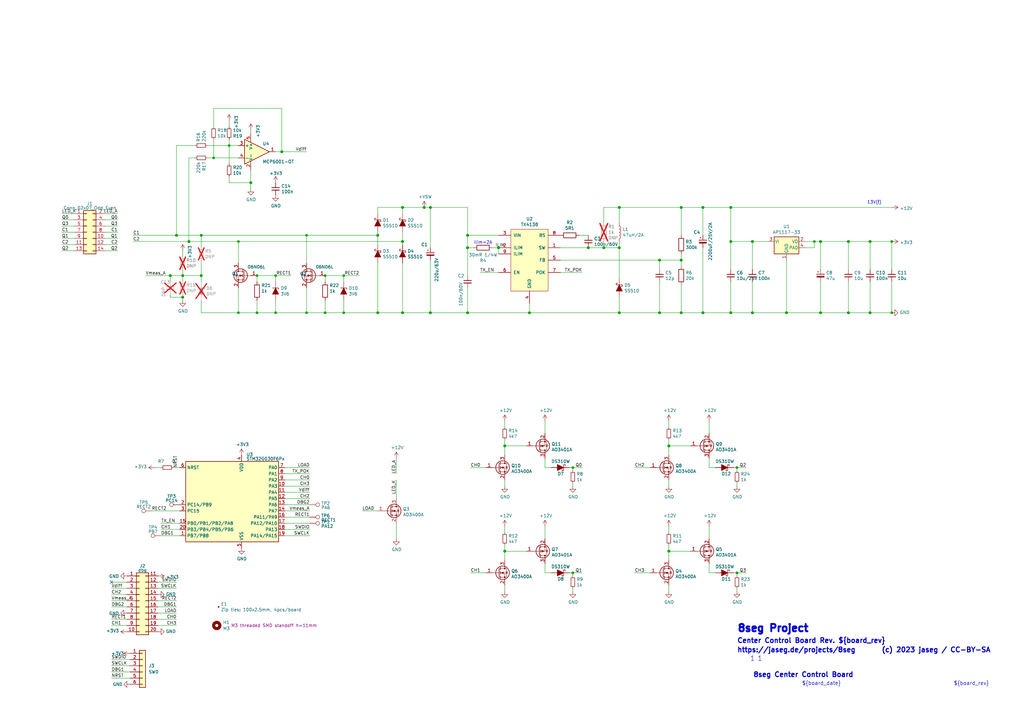
<source format=kicad_sch>
(kicad_sch (version 20230819) (generator eeschema)

  (uuid 90842322-b56e-42c7-bb4b-462bae6a0a0f)

  (paper "A3")

  

  (junction (at 115.57 62.23) (diameter 1.016) (color 0 0 0 0)
    (uuid 00cc906b-94ff-4ef1-b19a-71ac595d93fe)
  )
  (junction (at 365.76 99.06) (diameter 0) (color 0 0 0 0)
    (uuid 00f91b30-eb9b-4b90-9604-725f60942d68)
  )
  (junction (at 113.03 113.03) (diameter 0) (color 0 0 0 0)
    (uuid 016c9e0c-68fb-49ab-ac77-eb31e51dfaaf)
  )
  (junction (at 105.41 113.03) (diameter 0) (color 0 0 0 0)
    (uuid 12e8b267-a971-4e24-8cc0-af85c8ee8cc4)
  )
  (junction (at 191.77 128.27) (diameter 1.016) (color 0 0 0 0)
    (uuid 1327d99f-e9fa-4a85-aecd-91985894959a)
  )
  (junction (at 140.97 113.03) (diameter 0) (color 0 0 0 0)
    (uuid 14367394-2468-465c-be30-3c5e94dccae5)
  )
  (junction (at 279.4 106.68) (diameter 1.016) (color 0 0 0 0)
    (uuid 1902937b-befe-4123-b4c3-fc837aa5e5d4)
  )
  (junction (at 74.93 121.92) (diameter 1.016) (color 0 0 0 0)
    (uuid 1bf68dfc-8874-47b8-817b-b0affb58e7b0)
  )
  (junction (at 207.01 182.88) (diameter 1.016) (color 0 0 0 0)
    (uuid 21064c02-b0ac-496a-87b5-d520bc534e1e)
  )
  (junction (at 69.85 113.03) (diameter 1.016) (color 0 0 0 0)
    (uuid 283351ae-347d-4680-be1c-e87e74f4e7ea)
  )
  (junction (at 133.35 113.03) (diameter 0) (color 0 0 0 0)
    (uuid 2888d754-2474-46f5-9373-122c4624ed4b)
  )
  (junction (at 288.29 85.09) (diameter 1.016) (color 0 0 0 0)
    (uuid 2a88f9da-3805-4a1f-8c3b-69454956123c)
  )
  (junction (at 347.98 128.27) (diameter 1.016) (color 0 0 0 0)
    (uuid 2afe27cc-c49f-4ebe-beed-3c6430842a3b)
  )
  (junction (at 77.47 99.06) (diameter 1.016) (color 0 0 0 0)
    (uuid 2b33f74f-2642-44ae-83ec-cfd57d107f4f)
  )
  (junction (at 347.98 99.06) (diameter 1.016) (color 0 0 0 0)
    (uuid 2d69f821-f986-4dbf-8f87-796ac25d010f)
  )
  (junction (at 288.29 128.27) (diameter 1.016) (color 0 0 0 0)
    (uuid 2ed5b9ca-7757-4230-84bb-b68203afba62)
  )
  (junction (at 97.79 99.06) (diameter 0) (color 0 0 0 0)
    (uuid 317dee04-d1d4-4a51-86c2-ef4dd06ffdc2)
  )
  (junction (at 254 128.27) (diameter 1.016) (color 0 0 0 0)
    (uuid 34b5f812-9771-47f8-b48e-d792b87da0dd)
  )
  (junction (at 308.61 99.06) (diameter 1.016) (color 0 0 0 0)
    (uuid 3d6400e8-52cd-4b21-8156-923ae1f0d768)
  )
  (junction (at 254 101.6) (diameter 1.016) (color 0 0 0 0)
    (uuid 42672cda-16d5-4b8e-801a-71a91bdb6b3e)
  )
  (junction (at 204.47 101.6) (diameter 1.016) (color 0 0 0 0)
    (uuid 43c1aea0-a49e-4cf5-927d-6bd0b252f204)
  )
  (junction (at 74.93 113.03) (diameter 1.016) (color 0 0 0 0)
    (uuid 43c8bddf-7f8d-45ed-89ee-7bc2804578c8)
  )
  (junction (at 125.73 128.27) (diameter 0) (color 0 0 0 0)
    (uuid 45cfe143-5772-4835-ab05-6ded7d600384)
  )
  (junction (at 241.3 101.6) (diameter 1.016) (color 0 0 0 0)
    (uuid 46a590fe-b576-4adf-a2e8-d9aa59545de4)
  )
  (junction (at 165.1 99.06) (diameter 1.016) (color 0 0 0 0)
    (uuid 53440baf-0afc-4d67-b9cd-e57987a9dca1)
  )
  (junction (at 217.17 128.27) (diameter 1.016) (color 0 0 0 0)
    (uuid 54e52cfa-dd19-43c9-917f-e377742bc8b7)
  )
  (junction (at 299.72 85.09) (diameter 1.016) (color 0 0 0 0)
    (uuid 5f7d7031-7028-4240-ab1c-c2804370f15d)
  )
  (junction (at 308.61 128.27) (diameter 1.016) (color 0 0 0 0)
    (uuid 64c4fc00-dbfb-45e7-9035-e056555ef478)
  )
  (junction (at 102.87 74.93) (diameter 1.016) (color 0 0 0 0)
    (uuid 68dc07fb-fcdb-43c1-81cd-f8a710c7795d)
  )
  (junction (at 234.95 191.77) (diameter 0) (color 0 0 0 0)
    (uuid 6bfa5780-1ae3-488d-aa8a-c3878f1b3e1a)
  )
  (junction (at 82.55 113.03) (diameter 1.016) (color 0 0 0 0)
    (uuid 6e8ec351-e31c-443e-92dd-f6d598ac51ed)
  )
  (junction (at 191.77 96.52) (diameter 1.016) (color 0 0 0 0)
    (uuid 6ebb07f6-783d-4800-a555-14d6a44036f2)
  )
  (junction (at 93.98 59.69) (diameter 0) (color 0 0 0 0)
    (uuid 6f381564-de62-4c2c-a583-ea0695e12420)
  )
  (junction (at 87.63 64.77) (diameter 0) (color 0 0 0 0)
    (uuid 714904ed-ecb3-41bd-8f07-53327a25c3dc)
  )
  (junction (at 125.73 96.52) (diameter 0) (color 0 0 0 0)
    (uuid 73cd9081-c3e2-4955-807b-0c723bb54b69)
  )
  (junction (at 274.32 226.06) (diameter 1.016) (color 0 0 0 0)
    (uuid 7472d79f-b607-473b-888c-e7c59545bf82)
  )
  (junction (at 302.26 191.77) (diameter 0) (color 0 0 0 0)
    (uuid 78c1c6fd-2e97-4da0-935f-0334ebb4a204)
  )
  (junction (at 356.87 128.27) (diameter 1.016) (color 0 0 0 0)
    (uuid 78fa5cf0-9840-4520-bbd1-2e7a25e13f85)
  )
  (junction (at 72.39 96.52) (diameter 1.016) (color 0 0 0 0)
    (uuid 7924ebef-0aaa-4fe7-ae56-26cb09dab212)
  )
  (junction (at 302.26 234.95) (diameter 0) (color 0 0 0 0)
    (uuid 7a357f87-3dc6-44ba-b811-f057cdbb877c)
  )
  (junction (at 322.58 128.27) (diameter 1.016) (color 0 0 0 0)
    (uuid 7ef1e170-5280-40cd-a0fe-a46d4e29a256)
  )
  (junction (at 356.87 99.06) (diameter 1.016) (color 0 0 0 0)
    (uuid 8067e959-2748-48a7-8847-92b64bcb306d)
  )
  (junction (at 207.01 226.06) (diameter 1.016) (color 0 0 0 0)
    (uuid 8712d645-1cd0-47a9-baf5-20d3f536069c)
  )
  (junction (at 105.41 128.27) (diameter 0) (color 0 0 0 0)
    (uuid 889b27d8-536c-47b0-bd33-9582f0f7dbde)
  )
  (junction (at 279.4 128.27) (diameter 1.016) (color 0 0 0 0)
    (uuid 88f05e1a-c8da-42be-824c-0bb5aa61e9d1)
  )
  (junction (at 299.72 99.06) (diameter 1.016) (color 0 0 0 0)
    (uuid 8a3c99aa-e351-4ec1-b194-02bb44bad667)
  )
  (junction (at 140.97 128.27) (diameter 0) (color 0 0 0 0)
    (uuid 8d622ff6-c7c9-43b2-9c57-e5b884dddc7a)
  )
  (junction (at 176.53 85.09) (diameter 1.016) (color 0 0 0 0)
    (uuid 8da0fa22-1f86-4b8f-a385-424f5245125d)
  )
  (junction (at 336.55 128.27) (diameter 1.016) (color 0 0 0 0)
    (uuid 92610853-2bc9-47b4-a24d-4caf052d5722)
  )
  (junction (at 173.99 85.09) (diameter 1.016) (color 0 0 0 0)
    (uuid 92e18fa8-5e0c-483e-9c06-cc3ce9bb0c77)
  )
  (junction (at 133.35 128.27) (diameter 0) (color 0 0 0 0)
    (uuid 93d2b913-3a95-4fe7-aa6b-b97b64554212)
  )
  (junction (at 336.55 99.06) (diameter 1.016) (color 0 0 0 0)
    (uuid 971ade45-3405-4010-b0d9-d2a0b963a0c3)
  )
  (junction (at 334.01 99.06) (diameter 0) (color 0 0 0 0)
    (uuid 9f9b9c90-16e4-4ec2-8ff0-c392766e9265)
  )
  (junction (at 254 85.09) (diameter 1.016) (color 0 0 0 0)
    (uuid 9fd135a4-d2a3-4f5a-99a5-6117ffba28c0)
  )
  (junction (at 176.53 128.27) (diameter 1.016) (color 0 0 0 0)
    (uuid a4ebb50d-89e0-42bb-b691-a2f2811aed88)
  )
  (junction (at 165.1 128.27) (diameter 1.016) (color 0 0 0 0)
    (uuid ad426e06-2f48-455d-9ecd-ee8437b15806)
  )
  (junction (at 247.65 101.6) (diameter 1.016) (color 0 0 0 0)
    (uuid b35ccb72-e3fc-437b-a669-3fdadc868fa0)
  )
  (junction (at 113.03 128.27) (diameter 0) (color 0 0 0 0)
    (uuid b564a89d-3adb-475f-b949-1795b487923d)
  )
  (junction (at 299.72 128.27) (diameter 1.016) (color 0 0 0 0)
    (uuid b761cf99-692d-4b18-92b3-2a734cb1b597)
  )
  (junction (at 270.51 128.27) (diameter 1.016) (color 0 0 0 0)
    (uuid b8d7cb82-357f-4848-b37d-e537b96a848e)
  )
  (junction (at 165.1 85.09) (diameter 1.016) (color 0 0 0 0)
    (uuid b8e1a071-5b4a-4192-b1e0-d4c94845bf90)
  )
  (junction (at 191.77 101.6) (diameter 1.016) (color 0 0 0 0)
    (uuid c41e2113-072f-4de5-b1be-9d7970b651a8)
  )
  (junction (at 365.76 128.27) (diameter 0) (color 0 0 0 0)
    (uuid c67201bd-9c03-40de-9a04-b9348cd41c68)
  )
  (junction (at 270.51 106.68) (diameter 1.016) (color 0 0 0 0)
    (uuid c7c97226-3c88-4371-b911-f313077f135d)
  )
  (junction (at 154.94 96.52) (diameter 1.016) (color 0 0 0 0)
    (uuid d91c0d8a-e388-4583-8076-e8314c19f84c)
  )
  (junction (at 82.55 96.52) (diameter 1.016) (color 0 0 0 0)
    (uuid de3a52d8-d7b8-4f2d-93e0-9d393f779927)
  )
  (junction (at 279.4 85.09) (diameter 1.016) (color 0 0 0 0)
    (uuid de56d233-2140-41dc-9c69-5751ea963d8b)
  )
  (junction (at 97.79 128.27) (diameter 0) (color 0 0 0 0)
    (uuid e74cb637-6454-4680-a513-d28d6ff5f07a)
  )
  (junction (at 154.94 128.27) (diameter 1.016) (color 0 0 0 0)
    (uuid f2d37c0e-27c3-4d40-b51b-49c50feeabc1)
  )
  (junction (at 234.95 234.95) (diameter 0) (color 0 0 0 0)
    (uuid f8202761-7cff-4eb0-935f-31633ea133db)
  )
  (junction (at 274.32 182.88) (diameter 1.016) (color 0 0 0 0)
    (uuid faa23a6c-6bce-455d-a164-9fd53e584d0d)
  )

  (no_connect (at 45.72 238.76) (uuid 6ec045b9-a00b-4b44-a123-c9b8561bdd59))

  (wire (pts (xy 365.76 128.27) (xy 356.87 128.27))
    (stroke (width 0) (type solid))
    (uuid 01c24cb8-6c3a-4a51-b30e-f2ba9339a79d)
  )
  (wire (pts (xy 45.72 275.59) (xy 53.34 275.59))
    (stroke (width 0) (type default))
    (uuid 02c985da-86b1-47a0-81a9-a02c10bea041)
  )
  (wire (pts (xy 154.94 96.52) (xy 154.94 100.33))
    (stroke (width 0) (type solid))
    (uuid 044e7c6a-39b5-4829-8e8d-ae988b7db4e0)
  )
  (wire (pts (xy 300.99 234.95) (xy 302.26 234.95))
    (stroke (width 0) (type default))
    (uuid 054005ec-a5cf-4039-afc9-d19e6e601eae)
  )
  (wire (pts (xy 74.93 113.03) (xy 74.93 115.57))
    (stroke (width 0) (type solid))
    (uuid 0691af72-80be-434a-9300-3bca5fe45f23)
  )
  (wire (pts (xy 54.61 96.52) (xy 72.39 96.52))
    (stroke (width 0) (type solid))
    (uuid 06f615af-96c5-4de5-ace2-f38690361846)
  )
  (wire (pts (xy 72.39 96.52) (xy 82.55 96.52))
    (stroke (width 0) (type solid))
    (uuid 06f615af-96c5-4de5-ace2-f38690361847)
  )
  (wire (pts (xy 116.84 212.09) (xy 127 212.09))
    (stroke (width 0) (type solid))
    (uuid 07436276-823d-4b4a-a940-42252330a008)
  )
  (wire (pts (xy 45.72 243.84) (xy 52.07 243.84))
    (stroke (width 0) (type default))
    (uuid 0831ed35-cfe9-40a9-9584-b30d69d8703e)
  )
  (wire (pts (xy 64.77 254) (xy 72.39 254))
    (stroke (width 0) (type default))
    (uuid 0985611b-e5ee-4f53-b44b-7144dd758ceb)
  )
  (wire (pts (xy 322.58 128.27) (xy 308.61 128.27))
    (stroke (width 0) (type solid))
    (uuid 09a4eec4-14cc-4655-9a4c-b00853dcf7f3)
  )
  (wire (pts (xy 279.4 85.09) (xy 288.29 85.09))
    (stroke (width 0) (type solid))
    (uuid 09f0cabb-6d7e-44be-8ed4-d745b57b9089)
  )
  (wire (pts (xy 66.04 217.17) (xy 73.66 217.17))
    (stroke (width 0) (type default))
    (uuid 0a31ef22-ff67-4dff-9ec7-eacec99c97d4)
  )
  (wire (pts (xy 299.72 128.27) (xy 288.29 128.27))
    (stroke (width 0) (type solid))
    (uuid 0a83b3b4-188c-4cba-8759-05dc027d81d4)
  )
  (wire (pts (xy 176.53 85.09) (xy 173.99 85.09))
    (stroke (width 0) (type solid))
    (uuid 0bf9350f-2c54-4c5e-b94d-dc02587f9370)
  )
  (wire (pts (xy 154.94 128.27) (xy 165.1 128.27))
    (stroke (width 0) (type solid))
    (uuid 0e8065e7-53cc-4900-831d-0741accfd97f)
  )
  (wire (pts (xy 290.83 215.9) (xy 290.83 220.98))
    (stroke (width 0) (type solid))
    (uuid 0f80bbf9-086a-484d-ad5c-9ac8609c621a)
  )
  (wire (pts (xy 64.77 251.46) (xy 72.39 251.46))
    (stroke (width 0) (type default))
    (uuid 10832855-858f-4c48-ae92-f5384aa7098c)
  )
  (wire (pts (xy 191.77 118.11) (xy 191.77 128.27))
    (stroke (width 0) (type solid))
    (uuid 11b00183-50b8-41bc-8418-25168cd28d0a)
  )
  (wire (pts (xy 290.83 191.77) (xy 290.83 187.96))
    (stroke (width 0) (type solid))
    (uuid 12b3645c-d1e1-4a78-81c4-3bbc20677276)
  )
  (wire (pts (xy 97.79 99.06) (xy 165.1 99.06))
    (stroke (width 0) (type solid))
    (uuid 12b7478e-b13b-4786-b96e-f642f08d181e)
  )
  (wire (pts (xy 204.47 104.14) (xy 204.47 101.6))
    (stroke (width 0) (type solid))
    (uuid 1313a94d-6bcb-49f1-8a5b-47b68a03b43c)
  )
  (wire (pts (xy 127 219.71) (xy 116.84 219.71))
    (stroke (width 0) (type solid))
    (uuid 13fb9f4c-9f6b-43ee-8b8c-17d7cd6cf340)
  )
  (wire (pts (xy 125.73 128.27) (xy 133.35 128.27))
    (stroke (width 0) (type solid))
    (uuid 13fc0393-1319-46ae-b94c-8c44886117e9)
  )
  (wire (pts (xy 308.61 128.27) (xy 299.72 128.27))
    (stroke (width 0) (type solid))
    (uuid 14c16b42-81b4-4695-9be1-cd026541a324)
  )
  (wire (pts (xy 234.95 234.95) (xy 238.76 234.95))
    (stroke (width 0) (type default))
    (uuid 1515fe3b-1101-4943-a9f9-c0bbfef6e73d)
  )
  (wire (pts (xy 356.87 99.06) (xy 356.87 110.49))
    (stroke (width 0) (type solid))
    (uuid 154d80d6-f6b2-4773-9cbf-48182571d2fa)
  )
  (wire (pts (xy 204.47 101.6) (xy 201.93 101.6))
    (stroke (width 0) (type solid))
    (uuid 16421cfe-cf08-423a-9f03-12f8e3682638)
  )
  (wire (pts (xy 45.72 241.3) (xy 52.07 241.3))
    (stroke (width 0) (type default))
    (uuid 16bcc90b-f2b0-4d32-935c-f2ba90ae327e)
  )
  (wire (pts (xy 140.97 113.03) (xy 147.32 113.03))
    (stroke (width 0) (type default))
    (uuid 18a020f7-9473-419c-a639-6821261dc720)
  )
  (wire (pts (xy 105.41 128.27) (xy 113.03 128.27))
    (stroke (width 0) (type default))
    (uuid 19d6f95b-dd0d-4bfe-b08d-58eec75dad09)
  )
  (wire (pts (xy 279.4 104.14) (xy 279.4 106.68))
    (stroke (width 0) (type solid))
    (uuid 1a5c17ce-ab82-4457-acbb-496309d97da7)
  )
  (wire (pts (xy 93.98 74.93) (xy 102.87 74.93))
    (stroke (width 0) (type solid))
    (uuid 1a5f317b-68d6-4867-87b4-aa8b30883ed8)
  )
  (wire (pts (xy 82.55 96.52) (xy 125.73 96.52))
    (stroke (width 0) (type solid))
    (uuid 1cd7572b-68b5-43c1-a7eb-bb98a5a3d4a4)
  )
  (wire (pts (xy 270.51 128.27) (xy 279.4 128.27))
    (stroke (width 0) (type solid))
    (uuid 1ea1454c-c50e-4199-8b70-7dd034496198)
  )
  (wire (pts (xy 63.5 191.77) (xy 66.04 191.77))
    (stroke (width 0) (type solid))
    (uuid 200d132e-eecd-4055-b8c3-df0bb151078d)
  )
  (wire (pts (xy 260.35 234.95) (xy 266.7 234.95))
    (stroke (width 0) (type solid))
    (uuid 2096b6aa-457d-483a-9a63-d887d39f5af4)
  )
  (wire (pts (xy 87.63 57.15) (xy 87.63 64.77))
    (stroke (width 0) (type default))
    (uuid 224728eb-b82e-4ecf-a418-7fb78c185ac7)
  )
  (wire (pts (xy 127 196.85) (xy 116.84 196.85))
    (stroke (width 0) (type solid))
    (uuid 256b8991-53ed-4da8-8fde-b500b987a07a)
  )
  (wire (pts (xy 97.79 128.27) (xy 105.41 128.27))
    (stroke (width 0) (type solid))
    (uuid 26628e8c-1678-4853-b495-12e2b3fc02a2)
  )
  (wire (pts (xy 43.18 95.25) (xy 48.26 95.25))
    (stroke (width 0) (type default))
    (uuid 27fa9b32-03f9-474c-9299-cf0235680635)
  )
  (wire (pts (xy 347.98 128.27) (xy 336.55 128.27))
    (stroke (width 0) (type solid))
    (uuid 2865df10-a46c-4908-a353-d33c6b7cff81)
  )
  (wire (pts (xy 308.61 110.49) (xy 308.61 99.06))
    (stroke (width 0) (type solid))
    (uuid 29936564-6250-4d87-ad21-4f1377f60e56)
  )
  (wire (pts (xy 82.55 106.68) (xy 82.55 113.03))
    (stroke (width 0) (type solid))
    (uuid 29dfbbb2-b832-4b5f-b2e0-b7311c0726e6)
  )
  (wire (pts (xy 82.55 113.03) (xy 82.55 115.57))
    (stroke (width 0) (type solid))
    (uuid 29dfbbb2-b832-4b5f-b2e0-b7311c0726e7)
  )
  (wire (pts (xy 43.18 97.79) (xy 48.26 97.79))
    (stroke (width 0) (type default))
    (uuid 2d16f919-7ac0-450d-a72b-8a11bdf4605e)
  )
  (wire (pts (xy 314.96 99.06) (xy 308.61 99.06))
    (stroke (width 0) (type solid))
    (uuid 2deec536-33d5-4312-87f1-b372b4bd0e54)
  )
  (wire (pts (xy 336.55 128.27) (xy 322.58 128.27))
    (stroke (width 0) (type solid))
    (uuid 31c79e13-ce30-4539-8834-544679615872)
  )
  (wire (pts (xy 194.31 101.6) (xy 191.77 101.6))
    (stroke (width 0) (type solid))
    (uuid 32189493-d189-4d2f-b6e5-5c8dc3ad8605)
  )
  (wire (pts (xy 193.04 191.77) (xy 199.39 191.77))
    (stroke (width 0) (type solid))
    (uuid 32bf6e8f-d435-4428-b819-ae5600a6d455)
  )
  (wire (pts (xy 125.73 96.52) (xy 154.94 96.52))
    (stroke (width 0) (type solid))
    (uuid 3359a8ac-f755-49a9-8b3d-a45ac6541342)
  )
  (wire (pts (xy 43.18 100.33) (xy 48.26 100.33))
    (stroke (width 0) (type default))
    (uuid 348d5b47-1364-4dac-8c86-3e5948a61904)
  )
  (wire (pts (xy 274.32 186.69) (xy 274.32 182.88))
    (stroke (width 0) (type solid))
    (uuid 3510a570-8f3c-459f-9334-45a916b2248d)
  )
  (wire (pts (xy 25.4 100.33) (xy 30.48 100.33))
    (stroke (width 0) (type default))
    (uuid 35fdbb54-88f9-4925-9493-fc8a238797f1)
  )
  (wire (pts (xy 154.94 95.25) (xy 154.94 96.52))
    (stroke (width 0) (type solid))
    (uuid 362fa288-7d38-4aa2-ab1d-a5c5490c6c05)
  )
  (wire (pts (xy 116.84 209.55) (xy 127 209.55))
    (stroke (width 0) (type solid))
    (uuid 39683f85-0b43-4e1c-be95-30a5c5747ef2)
  )
  (wire (pts (xy 93.98 49.53) (xy 93.98 52.07))
    (stroke (width 0) (type solid))
    (uuid 3a6b68a7-a3a3-4904-a0b9-091e6f09d7a6)
  )
  (wire (pts (xy 302.26 191.77) (xy 306.07 191.77))
    (stroke (width 0) (type default))
    (uuid 3a72fc7a-9799-4b2e-b943-e5c7efc3e272)
  )
  (wire (pts (xy 247.65 101.6) (xy 254 101.6))
    (stroke (width 0) (type solid))
    (uuid 3b2fc435-b4b0-4405-9850-2a3a9a013051)
  )
  (wire (pts (xy 69.85 113.03) (xy 69.85 115.57))
    (stroke (width 0) (type solid))
    (uuid 3d5bdb1d-b5d5-4ded-a451-8416ba382e92)
  )
  (wire (pts (xy 82.55 123.19) (xy 82.55 128.27))
    (stroke (width 0) (type solid))
    (uuid 3ec5fe87-1c8e-47da-a101-1c06cdfde39a)
  )
  (wire (pts (xy 234.95 198.12) (xy 234.95 199.39))
    (stroke (width 0) (type default))
    (uuid 3ec98f6f-309d-4fca-a9f7-1ac33702d889)
  )
  (wire (pts (xy 237.49 96.52) (xy 241.3 96.52))
    (stroke (width 0) (type solid))
    (uuid 406dcf17-a685-4341-b040-d22c133e48d4)
  )
  (wire (pts (xy 66.04 214.63) (xy 73.66 214.63))
    (stroke (width 0) (type default))
    (uuid 40a49f4b-a72f-42fd-88d8-dc7f297f0115)
  )
  (wire (pts (xy 207.01 175.26) (xy 207.01 172.72))
    (stroke (width 0) (type solid))
    (uuid 41112fbd-d7c3-4202-b8a8-62f3d3d50c6e)
  )
  (wire (pts (xy 64.77 238.76) (xy 72.39 238.76))
    (stroke (width 0) (type default))
    (uuid 423c4001-18a2-4fc0-afc0-babc4b0583e0)
  )
  (wire (pts (xy 87.63 44.45) (xy 115.57 44.45))
    (stroke (width 0) (type solid))
    (uuid 42f17cd4-356f-43f8-992c-71c887b57219)
  )
  (wire (pts (xy 115.57 44.45) (xy 115.57 62.23))
    (stroke (width 0) (type solid))
    (uuid 42f17cd4-356f-43f8-992c-71c887b5721a)
  )
  (wire (pts (xy 115.57 62.23) (xy 113.03 62.23))
    (stroke (width 0) (type solid))
    (uuid 42f17cd4-356f-43f8-992c-71c887b5721b)
  )
  (wire (pts (xy 356.87 128.27) (xy 347.98 128.27))
    (stroke (width 0) (type solid))
    (uuid 43046446-49fa-436a-9fd2-a0c56d2bad21)
  )
  (wire (pts (xy 207.01 182.88) (xy 215.9 182.88))
    (stroke (width 0) (type solid))
    (uuid 476916b7-3479-44f4-97ad-c1d1438c6167)
  )
  (wire (pts (xy 93.98 72.39) (xy 93.98 74.93))
    (stroke (width 0) (type solid))
    (uuid 4a2a971b-d993-4f4e-8478-e386537c821f)
  )
  (wire (pts (xy 233.68 191.77) (xy 234.95 191.77))
    (stroke (width 0) (type default))
    (uuid 4b8de159-50fa-4dc4-b7f6-8c6f2818cb4c)
  )
  (wire (pts (xy 115.57 62.23) (xy 125.73 62.23))
    (stroke (width 0) (type solid))
    (uuid 4bc3f44d-e2bb-4d02-adbb-49f44a776e95)
  )
  (wire (pts (xy 290.83 172.72) (xy 290.83 177.8))
    (stroke (width 0) (type solid))
    (uuid 4c9b9a5f-7bb0-4cc3-8fca-a563e9d6703a)
  )
  (wire (pts (xy 125.73 118.11) (xy 125.73 128.27))
    (stroke (width 0) (type default))
    (uuid 4d030fec-df14-4f41-9fdb-2b8caecb758f)
  )
  (wire (pts (xy 336.55 115.57) (xy 336.55 128.27))
    (stroke (width 0) (type solid))
    (uuid 4d0d000f-3c61-45a1-913a-694af8fbd620)
  )
  (wire (pts (xy 45.72 256.54) (xy 52.07 256.54))
    (stroke (width 0) (type default))
    (uuid 4d4aad54-bc13-4e78-9e5c-d13ebd351fed)
  )
  (wire (pts (xy 207.01 215.9) (xy 207.01 218.44))
    (stroke (width 0) (type solid))
    (uuid 50cec011-4431-4531-93ae-206c8f52ff33)
  )
  (wire (pts (xy 279.4 106.68) (xy 279.4 109.22))
    (stroke (width 0) (type solid))
    (uuid 525cb87c-48ae-4b95-b731-a47c469d46fc)
  )
  (wire (pts (xy 176.53 106.68) (xy 176.53 128.27))
    (stroke (width 0) (type solid))
    (uuid 53758a06-8074-41fa-9ac4-c30151d37c51)
  )
  (wire (pts (xy 302.26 198.12) (xy 302.26 199.39))
    (stroke (width 0) (type default))
    (uuid 55a5830c-b797-4f34-8c8d-fc79c9eaf1c3)
  )
  (wire (pts (xy 241.3 101.6) (xy 247.65 101.6))
    (stroke (width 0) (type solid))
    (uuid 55adb160-e726-4c45-a843-2853d5de918a)
  )
  (wire (pts (xy 85.09 59.69) (xy 93.98 59.69))
    (stroke (width 0) (type solid))
    (uuid 55bd9601-d17b-4d47-bd72-0c9113bf3615)
  )
  (wire (pts (xy 223.52 191.77) (xy 223.52 187.96))
    (stroke (width 0) (type solid))
    (uuid 5742a023-b52b-4ef9-b175-4bb3fbf2e571)
  )
  (wire (pts (xy 45.72 248.92) (xy 52.07 248.92))
    (stroke (width 0) (type default))
    (uuid 57a4601b-4d2a-488b-8deb-811da661938c)
  )
  (wire (pts (xy 356.87 99.06) (xy 347.98 99.06))
    (stroke (width 0) (type solid))
    (uuid 57afa614-1b55-4918-a4d1-b81cd952eb67)
  )
  (wire (pts (xy 148.59 209.55) (xy 154.94 209.55))
    (stroke (width 0) (type solid))
    (uuid 595bf3a7-6af6-42ee-af59-23996ad4008e)
  )
  (wire (pts (xy 93.98 59.69) (xy 97.79 59.69))
    (stroke (width 0) (type solid))
    (uuid 599640fd-4706-4ca5-a40e-f49cea51e0db)
  )
  (wire (pts (xy 229.87 101.6) (xy 241.3 101.6))
    (stroke (width 0) (type solid))
    (uuid 59ee5663-b5c5-49eb-aeee-aba07a04e325)
  )
  (wire (pts (xy 217.17 124.46) (xy 217.17 128.27))
    (stroke (width 0) (type solid))
    (uuid 5a60d349-0d99-45ce-b8bf-aad03285adaf)
  )
  (wire (pts (xy 336.55 99.06) (xy 334.01 99.06))
    (stroke (width 0) (type solid))
    (uuid 5a97715e-530f-4eb3-844a-7b2efefcbd40)
  )
  (wire (pts (xy 254 99.06) (xy 254 101.6))
    (stroke (width 0) (type solid))
    (uuid 5aeb0357-7a3f-4580-8eee-0101d6484c6c)
  )
  (wire (pts (xy 140.97 123.19) (xy 140.97 128.27))
    (stroke (width 0) (type default))
    (uuid 5b7b2a1d-b443-4b20-be73-8ca5aef7e3b4)
  )
  (wire (pts (xy 74.93 110.49) (xy 74.93 113.03))
    (stroke (width 0) (type solid))
    (uuid 5c71cd73-41cc-464b-bba8-c0506fcb6de5)
  )
  (wire (pts (xy 279.4 106.68) (xy 270.51 106.68))
    (stroke (width 0) (type solid))
    (uuid 5f82998c-69f4-42ee-aa0d-e1d2dcd3d46a)
  )
  (wire (pts (xy 290.83 191.77) (xy 293.37 191.77))
    (stroke (width 0) (type solid))
    (uuid 6109699e-9e56-42eb-9949-8fdb1b08fb2e)
  )
  (wire (pts (xy 43.18 87.63) (xy 48.26 87.63))
    (stroke (width 0) (type default))
    (uuid 63623b97-c026-4678-9749-e6abdbbad4fb)
  )
  (wire (pts (xy 43.18 102.87) (xy 48.26 102.87))
    (stroke (width 0) (type default))
    (uuid 644b3896-8ea0-4f08-813b-e338e657db44)
  )
  (wire (pts (xy 226.06 191.77) (xy 223.52 191.77))
    (stroke (width 0) (type solid))
    (uuid 657deac9-ec70-4d3e-a191-4e4a9319e6c5)
  )
  (wire (pts (xy 162.56 214.63) (xy 162.56 220.98))
    (stroke (width 0) (type solid))
    (uuid 67618c21-7f6b-4628-8049-bbec4d7786a2)
  )
  (wire (pts (xy 127 191.77) (xy 116.84 191.77))
    (stroke (width 0) (type solid))
    (uuid 683298c4-14eb-4668-ab43-82379667c56c)
  )
  (wire (pts (xy 113.03 113.03) (xy 105.41 113.03))
    (stroke (width 0) (type default))
    (uuid 6c5e1d2d-1ebf-4919-b883-69baf63d8881)
  )
  (wire (pts (xy 176.53 101.6) (xy 176.53 85.09))
    (stroke (width 0) (type solid))
    (uuid 7301bfe5-2e07-4982-b803-25a2198ed3e8)
  )
  (wire (pts (xy 247.65 99.06) (xy 247.65 101.6))
    (stroke (width 0) (type solid))
    (uuid 74d9579b-67f5-4d2c-8de7-3264718c3e24)
  )
  (wire (pts (xy 77.47 64.77) (xy 77.47 99.06))
    (stroke (width 0) (type solid))
    (uuid 756c230b-8a1f-4e76-a998-611dbb8b398f)
  )
  (wire (pts (xy 80.01 64.77) (xy 77.47 64.77))
    (stroke (width 0) (type solid))
    (uuid 756c230b-8a1f-4e76-a998-611dbb8b3990)
  )
  (wire (pts (xy 191.77 113.03) (xy 191.77 101.6))
    (stroke (width 0) (type solid))
    (uuid 75f651de-80ad-4483-a574-73cfad5fd362)
  )
  (wire (pts (xy 260.35 191.77) (xy 266.7 191.77))
    (stroke (width 0) (type solid))
    (uuid 761a2422-4da2-4dff-aedf-5856aae94c26)
  )
  (wire (pts (xy 347.98 128.27) (xy 347.98 115.57))
    (stroke (width 0) (type solid))
    (uuid 763d190b-4214-43ba-a11b-feffed27982f)
  )
  (wire (pts (xy 274.32 180.34) (xy 274.32 182.88))
    (stroke (width 0) (type solid))
    (uuid 78937407-9fcf-4668-bb26-a1f5aa0edac7)
  )
  (wire (pts (xy 43.18 92.71) (xy 48.26 92.71))
    (stroke (width 0) (type default))
    (uuid 7968f50b-ec45-4c7b-825c-f2f48cbb30bb)
  )
  (wire (pts (xy 133.35 128.27) (xy 140.97 128.27))
    (stroke (width 0) (type solid))
    (uuid 7bd03d3d-5383-4f76-ac79-11c7bbdf3b84)
  )
  (wire (pts (xy 254 101.6) (xy 254 114.3))
    (stroke (width 0) (type solid))
    (uuid 7c1ae309-f706-48cd-b8fb-f1d2962e0a39)
  )
  (wire (pts (xy 207.01 223.52) (xy 207.01 226.06))
    (stroke (width 0) (type solid))
    (uuid 7d56c22d-6839-4c90-b5de-986a964866f6)
  )
  (wire (pts (xy 365.76 99.06) (xy 356.87 99.06))
    (stroke (width 0) (type solid))
    (uuid 7f24924b-8592-4a95-8a82-c3c9678e64fc)
  )
  (wire (pts (xy 64.77 248.92) (xy 72.39 248.92))
    (stroke (width 0) (type default))
    (uuid 7fae089c-47ad-42e0-983a-a7ed39baa853)
  )
  (wire (pts (xy 308.61 99.06) (xy 299.72 99.06))
    (stroke (width 0) (type solid))
    (uuid 7fd32b75-b478-4364-bc78-492ad98aad31)
  )
  (wire (pts (xy 274.32 229.87) (xy 274.32 226.06))
    (stroke (width 0) (type solid))
    (uuid 7fe4efb1-95d4-4352-9702-e707eebb891d)
  )
  (wire (pts (xy 176.53 128.27) (xy 191.77 128.27))
    (stroke (width 0) (type solid))
    (uuid 80459043-d446-4f9e-8484-41083848771b)
  )
  (wire (pts (xy 64.77 246.38) (xy 72.39 246.38))
    (stroke (width 0) (type default))
    (uuid 807cbc80-3aa6-442a-878f-fb7db281c500)
  )
  (wire (pts (xy 25.4 102.87) (xy 30.48 102.87))
    (stroke (width 0) (type default))
    (uuid 809250a6-9b38-458d-bf18-4cc7b049b895)
  )
  (wire (pts (xy 165.1 128.27) (xy 176.53 128.27))
    (stroke (width 0) (type solid))
    (uuid 846ed2b9-b45b-4c06-a267-6b06598364f1)
  )
  (wire (pts (xy 254 85.09) (xy 279.4 85.09))
    (stroke (width 0) (type solid))
    (uuid 8556b4dd-5d91-4f2e-bd11-718d9194296e)
  )
  (wire (pts (xy 25.4 97.79) (xy 30.48 97.79))
    (stroke (width 0) (type default))
    (uuid 8647bb59-9927-4c81-9b85-234efc861cae)
  )
  (wire (pts (xy 223.52 172.72) (xy 223.52 177.8))
    (stroke (width 0) (type solid))
    (uuid 86f7668f-3204-4495-9fe3-51a2778aa07b)
  )
  (wire (pts (xy 87.63 64.77) (xy 97.79 64.77))
    (stroke (width 0) (type solid))
    (uuid 8701c06c-dfc8-41da-bab8-50cb3862a807)
  )
  (wire (pts (xy 365.76 99.06) (xy 365.76 110.49))
    (stroke (width 0) (type solid))
    (uuid 87a2d0d5-8350-4b12-9ebe-17a2a0c3b11c)
  )
  (wire (pts (xy 322.58 128.27) (xy 322.58 106.68))
    (stroke (width 0) (type solid))
    (uuid 8879637a-db4d-4c77-bea3-ac9bdc9b5775)
  )
  (wire (pts (xy 66.04 219.71) (xy 73.66 219.71))
    (stroke (width 0) (type solid))
    (uuid 8a9bde97-c4a6-4d0b-b833-3130df94d535)
  )
  (wire (pts (xy 165.1 85.09) (xy 154.94 85.09))
    (stroke (width 0) (type solid))
    (uuid 8b2f42cc-2a01-4a7f-82f5-4a81b02b8f57)
  )
  (wire (pts (xy 207.01 180.34) (xy 207.01 182.88))
    (stroke (width 0) (type solid))
    (uuid 8ef75bff-67fe-4b78-b3a4-870ec25fd02b)
  )
  (wire (pts (xy 72.39 59.69) (xy 72.39 96.52))
    (stroke (width 0) (type solid))
    (uuid 8f9c9ec5-176c-4f0b-95f2-a684e3d2128f)
  )
  (wire (pts (xy 80.01 59.69) (xy 72.39 59.69))
    (stroke (width 0) (type solid))
    (uuid 8f9c9ec5-176c-4f0b-95f2-a684e3d21290)
  )
  (wire (pts (xy 45.72 278.13) (xy 53.34 278.13))
    (stroke (width 0) (type default))
    (uuid 90077aa4-d760-42b3-a828-cfe8d42d49f2)
  )
  (wire (pts (xy 62.23 209.55) (xy 73.66 209.55))
    (stroke (width 0) (type default))
    (uuid 946c5ae5-63f3-426b-b9f3-ef7055d9dd95)
  )
  (wire (pts (xy 97.79 118.11) (xy 97.79 128.27))
    (stroke (width 0) (type default))
    (uuid 94eb1f14-8a7e-4ef9-9143-0395eaf62eb4)
  )
  (wire (pts (xy 207.01 242.57) (xy 207.01 240.03))
    (stroke (width 0) (type solid))
    (uuid 95905f61-fc4f-4131-9c2b-8b63bbbd5b9d)
  )
  (wire (pts (xy 165.1 128.27) (xy 165.1 107.95))
    (stroke (width 0) (type solid))
    (uuid 95931420-2516-4345-83e4-e03b4494e8b9)
  )
  (wire (pts (xy 336.55 99.06) (xy 336.55 110.49))
    (stroke (width 0) (type solid))
    (uuid 962fe876-285b-43ed-9e57-cfad222b2ef8)
  )
  (wire (pts (xy 127 199.39) (xy 116.84 199.39))
    (stroke (width 0) (type solid))
    (uuid 977873c4-0304-43ff-8c6f-aab5b83c133b)
  )
  (wire (pts (xy 270.51 110.49) (xy 270.51 106.68))
    (stroke (width 0) (type solid))
    (uuid 981badb3-4b23-41a5-a262-2200799e4a10)
  )
  (wire (pts (xy 234.95 191.77) (xy 238.76 191.77))
    (stroke (width 0) (type default))
    (uuid 98e03abc-13b6-4fdb-87ce-37ec6ba19d60)
  )
  (wire (pts (xy 113.03 115.57) (xy 113.03 113.03))
    (stroke (width 0) (type default))
    (uuid 99509cbe-a79f-4f19-95ea-4a1fe4416491)
  )
  (wire (pts (xy 223.52 234.95) (xy 223.52 231.14))
    (stroke (width 0) (type solid))
    (uuid 9a3d4ad7-f164-4745-b38f-b75a88566437)
  )
  (wire (pts (xy 25.4 87.63) (xy 30.48 87.63))
    (stroke (width 0) (type default))
    (uuid 9b528524-c73b-44d2-9ba2-8290d87bfcb6)
  )
  (wire (pts (xy 330.2 101.6) (xy 334.01 101.6))
    (stroke (width 0) (type solid))
    (uuid 9ceca1f2-ad91-41fd-97a0-9a26eda3065a)
  )
  (wire (pts (xy 162.56 187.96) (xy 162.56 194.31))
    (stroke (width 0) (type default))
    (uuid 9ed67c58-541a-4ff6-b441-ce49564f1eb2)
  )
  (wire (pts (xy 45.72 246.38) (xy 52.07 246.38))
    (stroke (width 0) (type default))
    (uuid a0c48a28-5b9f-4915-a654-c62794b412f0)
  )
  (wire (pts (xy 247.65 85.09) (xy 247.65 91.44))
    (stroke (width 0) (type solid))
    (uuid a2680fae-211c-4b27-ac5e-9c54cb1fd5ef)
  )
  (wire (pts (xy 254 128.27) (xy 270.51 128.27))
    (stroke (width 0) (type solid))
    (uuid a26e6746-fd51-4c19-84cb-ab2dd01f60cb)
  )
  (wire (pts (xy 59.69 113.03) (xy 69.85 113.03))
    (stroke (width 0) (type solid))
    (uuid a2cb1101-dfdf-4de5-895e-930718893668)
  )
  (wire (pts (xy 69.85 113.03) (xy 74.93 113.03))
    (stroke (width 0) (type solid))
    (uuid a2cb1101-dfdf-4de5-895e-930718893669)
  )
  (wire (pts (xy 74.93 113.03) (xy 82.55 113.03))
    (stroke (width 0) (type solid))
    (uuid a2cb1101-dfdf-4de5-895e-93071889366a)
  )
  (wire (pts (xy 140.97 113.03) (xy 133.35 113.03))
    (stroke (width 0) (type default))
    (uuid a5c43384-cd2e-4b90-a6d4-6b4e8ae0ef10)
  )
  (wire (pts (xy 274.32 172.72) (xy 274.32 175.26))
    (stroke (width 0) (type solid))
    (uuid a60f5ccd-b22e-4a47-9dbf-c67eac7c6fde)
  )
  (wire (pts (xy 191.77 96.52) (xy 204.47 96.52))
    (stroke (width 0) (type solid))
    (uuid a6888cd9-0e3a-4016-93c0-6025a0b38b98)
  )
  (wire (pts (xy 165.1 87.63) (xy 165.1 85.09))
    (stroke (width 0) (type solid))
    (uuid a6c72836-33d5-4497-b918-ee240edc5f62)
  )
  (wire (pts (xy 25.4 90.17) (xy 30.48 90.17))
    (stroke (width 0) (type default))
    (uuid a78242f5-e719-405f-b09c-5657823adeb5)
  )
  (wire (pts (xy 300.99 191.77) (xy 302.26 191.77))
    (stroke (width 0) (type default))
    (uuid a92496bf-367c-4bb3-97fc-53765bc9bbab)
  )
  (wire (pts (xy 191.77 96.52) (xy 191.77 85.09))
    (stroke (width 0) (type solid))
    (uuid a92711a8-f3ae-41ce-a3bd-4ee0634d1e2d)
  )
  (wire (pts (xy 105.41 113.03) (xy 105.41 115.57))
    (stroke (width 0) (type default))
    (uuid a9977243-9dff-42ad-8b74-acf8ca5f6ad3)
  )
  (wire (pts (xy 74.93 102.87) (xy 74.93 105.41))
    (stroke (width 0) (type solid))
    (uuid aa7952cc-166c-4845-95d4-e06c5049b93f)
  )
  (wire (pts (xy 234.95 234.95) (xy 234.95 236.22))
    (stroke (width 0) (type default))
    (uuid aaf6476a-a6bc-4bd8-99c0-b60e4adc8524)
  )
  (wire (pts (xy 127 217.17) (xy 116.84 217.17))
    (stroke (width 0) (type solid))
    (uuid ab922c52-d141-44a7-b796-cc7d3399a812)
  )
  (wire (pts (xy 191.77 128.27) (xy 217.17 128.27))
    (stroke (width 0) (type solid))
    (uuid abc5132f-fc2b-47c5-9ac7-0baab2c2adb5)
  )
  (wire (pts (xy 154.94 85.09) (xy 154.94 87.63))
    (stroke (width 0) (type solid))
    (uuid abcecedf-1b33-49e5-9301-7bb359f70b3b)
  )
  (wire (pts (xy 347.98 99.06) (xy 336.55 99.06))
    (stroke (width 0) (type solid))
    (uuid ae1bb61b-bc28-42dc-84ae-83b5ec306fc5)
  )
  (wire (pts (xy 113.03 113.03) (xy 119.38 113.03))
    (stroke (width 0) (type default))
    (uuid ae20f153-5a1f-4c41-8af2-1e864903a49f)
  )
  (wire (pts (xy 288.29 85.09) (xy 299.72 85.09))
    (stroke (width 0) (type solid))
    (uuid ae87ac1b-46d6-4df0-8e0b-00c339c1417e)
  )
  (wire (pts (xy 288.29 128.27) (xy 288.29 101.6))
    (stroke (width 0) (type solid))
    (uuid b0bddd31-9c83-4ec7-a18f-c8f731e5356e)
  )
  (wire (pts (xy 299.72 99.06) (xy 299.72 110.49))
    (stroke (width 0) (type solid))
    (uuid b1e75810-d4d4-4b3d-b2a2-c844177f9a14)
  )
  (wire (pts (xy 288.29 96.52) (xy 288.29 85.09))
    (stroke (width 0) (type solid))
    (uuid b20a5ef0-f88e-420a-8e3f-2bf94d04f8af)
  )
  (wire (pts (xy 105.41 123.19) (xy 105.41 128.27))
    (stroke (width 0) (type default))
    (uuid b3b9ef0d-b395-47aa-a506-9cdce9fa1a8c)
  )
  (wire (pts (xy 64.77 256.54) (xy 72.39 256.54))
    (stroke (width 0) (type default))
    (uuid b3baf20c-1a87-47fc-a681-c69e8e292c89)
  )
  (wire (pts (xy 223.52 215.9) (xy 223.52 220.98))
    (stroke (width 0) (type solid))
    (uuid b4cda3b0-87df-4b9c-b8e5-e5fd47b3765d)
  )
  (wire (pts (xy 270.51 106.68) (xy 229.87 106.68))
    (stroke (width 0) (type solid))
    (uuid b62dc295-075d-46e5-aa8c-b647d4845bef)
  )
  (wire (pts (xy 127 207.01) (xy 116.84 207.01))
    (stroke (width 0) (type solid))
    (uuid b6709d65-bc06-4cda-8de0-9f979223a7fa)
  )
  (wire (pts (xy 229.87 111.76) (xy 238.76 111.76))
    (stroke (width 0) (type solid))
    (uuid b7626b5b-05a4-40f0-817e-ede355bce018)
  )
  (wire (pts (xy 293.37 234.95) (xy 290.83 234.95))
    (stroke (width 0) (type solid))
    (uuid b78e80ca-9c56-407e-a86c-613eb0ab9bdf)
  )
  (wire (pts (xy 45.72 273.05) (xy 53.34 273.05))
    (stroke (width 0) (type default))
    (uuid b8f56580-1bac-4bfd-889d-e5f84d1cf967)
  )
  (wire (pts (xy 116.84 204.47) (xy 127 204.47))
    (stroke (width 0) (type solid))
    (uuid b92911e0-e75c-416f-8623-767b6129f051)
  )
  (wire (pts (xy 234.95 241.3) (xy 234.95 242.57))
    (stroke (width 0) (type default))
    (uuid bbb394d4-b1bf-4883-919c-afb4042335c2)
  )
  (wire (pts (xy 93.98 57.15) (xy 93.98 59.69))
    (stroke (width 0) (type default))
    (uuid bccbdc40-1a51-4f15-8f13-b860c316e1c3)
  )
  (wire (pts (xy 299.72 115.57) (xy 299.72 128.27))
    (stroke (width 0) (type solid))
    (uuid bda8130d-6253-4e68-a94d-f22a370f3837)
  )
  (wire (pts (xy 302.26 241.3) (xy 302.26 242.57))
    (stroke (width 0) (type default))
    (uuid bdebeffc-5e92-4daa-b83a-44c75c3f5819)
  )
  (wire (pts (xy 254 121.92) (xy 254 128.27))
    (stroke (width 0) (type solid))
    (uuid be5a7e33-f49d-4247-a68a-65eb91a32876)
  )
  (wire (pts (xy 274.32 182.88) (xy 283.21 182.88))
    (stroke (width 0) (type solid))
    (uuid bef7445a-81ba-436e-9d26-31a830de4cf0)
  )
  (wire (pts (xy 290.83 234.95) (xy 290.83 231.14))
    (stroke (width 0) (type solid))
    (uuid befb98d4-66e5-4b93-a08c-95721ce4e586)
  )
  (wire (pts (xy 274.32 199.39) (xy 274.32 196.85))
    (stroke (width 0) (type solid))
    (uuid bf5800a2-75df-40ff-b4fe-a53dc6dd2bc4)
  )
  (wire (pts (xy 207.01 186.69) (xy 207.01 182.88))
    (stroke (width 0) (type solid))
    (uuid bf7eedad-1f84-4859-a1af-05e06bb8bb54)
  )
  (wire (pts (xy 125.73 96.52) (xy 125.73 107.95))
    (stroke (width 0) (type default))
    (uuid c09301ab-bbb0-4de6-94e8-e77abf1dd944)
  )
  (wire (pts (xy 302.26 191.77) (xy 302.26 193.04))
    (stroke (width 0) (type default))
    (uuid c0d75ebf-ddd1-4136-a423-f0754e494239)
  )
  (wire (pts (xy 176.53 85.09) (xy 191.77 85.09))
    (stroke (width 0) (type solid))
    (uuid c3116d2b-9a37-411e-8904-f0c2d4507d99)
  )
  (wire (pts (xy 45.72 254) (xy 52.07 254))
    (stroke (width 0) (type default))
    (uuid c4c41a0e-ce19-4d51-8e37-9a6f70be8428)
  )
  (wire (pts (xy 127 201.93) (xy 116.84 201.93))
    (stroke (width 0) (type solid))
    (uuid c4c75bd4-43d0-4805-af2b-bca75eb61623)
  )
  (wire (pts (xy 64.77 241.3) (xy 72.39 241.3))
    (stroke (width 0) (type default))
    (uuid c503e0d8-db90-4b75-9662-9342980b1d4d)
  )
  (wire (pts (xy 140.97 115.57) (xy 140.97 113.03))
    (stroke (width 0) (type default))
    (uuid c6060517-9f7f-4ca8-963b-013f83f73b95)
  )
  (wire (pts (xy 299.72 85.09) (xy 365.76 85.09))
    (stroke (width 0) (type solid))
    (uuid c6a1e12f-bb9c-4d36-889a-e472e90ad20e)
  )
  (wire (pts (xy 193.04 234.95) (xy 199.39 234.95))
    (stroke (width 0) (type solid))
    (uuid c6af0e4a-a7a2-4c26-9d72-5f7443ab2dcd)
  )
  (wire (pts (xy 154.94 107.95) (xy 154.94 128.27))
    (stroke (width 0) (type solid))
    (uuid c6de987e-939c-4a30-91cf-f5285ab43898)
  )
  (wire (pts (xy 207.01 226.06) (xy 215.9 226.06))
    (stroke (width 0) (type solid))
    (uuid c83dba7c-bb7c-498d-8ebb-bb471f15dbe1)
  )
  (wire (pts (xy 299.72 85.09) (xy 299.72 99.06))
    (stroke (width 0) (type solid))
    (uuid c8c957ed-3dd8-4717-8e6d-4c8927a06510)
  )
  (wire (pts (xy 365.76 115.57) (xy 365.76 128.27))
    (stroke (width 0) (type solid))
    (uuid c93365cd-9a3f-4d3e-9bf7-b02ecc3a4ba9)
  )
  (wire (pts (xy 226.06 234.95) (xy 223.52 234.95))
    (stroke (width 0) (type solid))
    (uuid cc3cfab0-59ef-4de2-9e91-0d36274e7750)
  )
  (wire (pts (xy 247.65 85.09) (xy 254 85.09))
    (stroke (width 0) (type solid))
    (uuid ce25a2e9-3290-416f-9aa8-5cc6452475f2)
  )
  (wire (pts (xy 274.32 223.52) (xy 274.32 226.06))
    (stroke (width 0) (type solid))
    (uuid ce55d4ca-2293-4360-989e-444f983bf48f)
  )
  (wire (pts (xy 116.84 194.31) (xy 127 194.31))
    (stroke (width 0) (type solid))
    (uuid ce6efcb1-cb8f-489b-a1e7-ccab51dd1f51)
  )
  (wire (pts (xy 140.97 128.27) (xy 154.94 128.27))
    (stroke (width 0) (type solid))
    (uuid d16ce38d-6da7-486e-a9f9-d42c61e8f400)
  )
  (wire (pts (xy 217.17 128.27) (xy 254 128.27))
    (stroke (width 0) (type solid))
    (uuid d248ef83-ef05-4e45-8d39-c2e4cc9bbf83)
  )
  (wire (pts (xy 87.63 52.07) (xy 87.63 44.45))
    (stroke (width 0) (type solid))
    (uuid d2dd41db-901c-4d88-82c7-0a01e59b2a28)
  )
  (wire (pts (xy 102.87 53.34) (xy 102.87 54.61))
    (stroke (width 0) (type solid))
    (uuid d2dd41db-901c-4d88-82c7-0a01e59b2a29)
  )
  (wire (pts (xy 54.61 99.06) (xy 77.47 99.06))
    (stroke (width 0) (type solid))
    (uuid d37795f9-4f11-4ee2-84c4-25d53fdf58be)
  )
  (wire (pts (xy 77.47 99.06) (xy 97.79 99.06))
    (stroke (width 0) (type solid))
    (uuid d37795f9-4f11-4ee2-84c4-25d53fdf58bf)
  )
  (wire (pts (xy 274.32 226.06) (xy 283.21 226.06))
    (stroke (width 0) (type solid))
    (uuid d535d573-4853-46fe-9479-f8272b9078a0)
  )
  (wire (pts (xy 25.4 92.71) (xy 30.48 92.71))
    (stroke (width 0) (type default))
    (uuid d5820cf7-2eaa-4521-8043-e254b0074327)
  )
  (wire (pts (xy 45.72 238.76) (xy 52.07 238.76))
    (stroke (width 0) (type default))
    (uuid d5e3367a-823a-4f53-bd5f-c76dfd0f1ff2)
  )
  (wire (pts (xy 279.4 116.84) (xy 279.4 128.27))
    (stroke (width 0) (type solid))
    (uuid d6e796a8-e775-42c0-830e-021d7618214d)
  )
  (wire (pts (xy 133.35 113.03) (xy 133.35 115.57))
    (stroke (width 0) (type default))
    (uuid d74d54e6-9006-4152-a69d-c6e0d48cff2a)
  )
  (wire (pts (xy 356.87 115.57) (xy 356.87 128.27))
    (stroke (width 0) (type solid))
    (uuid d7c38bb2-ef7c-43ce-89e5-3ff9841bc162)
  )
  (wire (pts (xy 334.01 99.06) (xy 330.2 99.06))
    (stroke (width 0) (type solid))
    (uuid d8a757fe-393c-4ffa-9004-6fd88177787b)
  )
  (wire (pts (xy 25.4 95.25) (xy 30.48 95.25))
    (stroke (width 0) (type default))
    (uuid d8f99408-0606-43a4-8347-de6426f7f843)
  )
  (wire (pts (xy 97.79 99.06) (xy 97.79 107.95))
    (stroke (width 0) (type default))
    (uuid da5a422e-e81b-4a34-b7a3-06e720bedf6b)
  )
  (wire (pts (xy 102.87 69.85) (xy 102.87 74.93))
    (stroke (width 0) (type solid))
    (uuid dcc816e7-260e-4192-aa85-c419294dcff8)
  )
  (wire (pts (xy 102.87 74.93) (xy 102.87 77.47))
    (stroke (width 0) (type solid))
    (uuid dcc816e7-260e-4192-aa85-c419294dcff9)
  )
  (wire (pts (xy 43.18 90.17) (xy 48.26 90.17))
    (stroke (width 0) (type default))
    (uuid dd71c45e-ac3c-43ca-b047-f367b80e142d)
  )
  (wire (pts (xy 302.26 234.95) (xy 306.07 234.95))
    (stroke (width 0) (type default))
    (uuid dd7bad88-8470-49d4-98e3-3ea211a43c73)
  )
  (wire (pts (xy 165.1 95.25) (xy 165.1 99.06))
    (stroke (width 0) (type solid))
    (uuid ddbfcac1-e26f-4f0d-af47-adc02beedcdf)
  )
  (wire (pts (xy 113.03 128.27) (xy 125.73 128.27))
    (stroke (width 0) (type default))
    (uuid dee465ec-735b-4976-913a-118375bde29b)
  )
  (wire (pts (xy 233.68 234.95) (xy 234.95 234.95))
    (stroke (width 0) (type default))
    (uuid dfcd6d4b-f9e3-4ae6-8459-c3ba01a2b860)
  )
  (wire (pts (xy 274.32 215.9) (xy 274.32 218.44))
    (stroke (width 0) (type solid))
    (uuid e04e5865-5c75-4b82-ab0a-bd0de4856d82)
  )
  (wire (pts (xy 165.1 85.09) (xy 173.99 85.09))
    (stroke (width 0) (type solid))
    (uuid e0975ad5-f3b8-472c-b7ba-fb255e95b6a2)
  )
  (wire (pts (xy 308.61 128.27) (xy 308.61 115.57))
    (stroke (width 0) (type solid))
    (uuid e20e1a64-7790-40fb-8180-1a8b2a64b734)
  )
  (wire (pts (xy 82.55 128.27) (xy 97.79 128.27))
    (stroke (width 0) (type solid))
    (uuid e20fd569-e0b8-4de4-9d41-1aa82373ca77)
  )
  (wire (pts (xy 270.51 115.57) (xy 270.51 128.27))
    (stroke (width 0) (type solid))
    (uuid e309e033-b4ad-44df-b115-2452400b6a0a)
  )
  (wire (pts (xy 69.85 121.92) (xy 69.85 120.65))
    (stroke (width 0) (type solid))
    (uuid e4c6411b-4b5d-473d-b1db-5f96a25d2bee)
  )
  (wire (pts (xy 74.93 121.92) (xy 69.85 121.92))
    (stroke (width 0) (type solid))
    (uuid e4c6411b-4b5d-473d-b1db-5f96a25d2bef)
  )
  (wire (pts (xy 85.09 64.77) (xy 87.63 64.77))
    (stroke (width 0) (type solid))
    (uuid e5544940-e483-46f4-9655-be2391ea1f2b)
  )
  (wire (pts (xy 162.56 196.85) (xy 162.56 204.47))
    (stroke (width 0) (type default))
    (uuid e748fdf9-4ac5-4367-9b6d-8024eb9c8d0a)
  )
  (wire (pts (xy 74.93 120.65) (xy 74.93 121.92))
    (stroke (width 0) (type solid))
    (uuid e8aca27c-7e21-4238-bc2e-c7b0d1a57f04)
  )
  (wire (pts (xy 74.93 121.92) (xy 74.93 123.19))
    (stroke (width 0) (type solid))
    (uuid e8aca27c-7e21-4238-bc2e-c7b0d1a57f05)
  )
  (wire (pts (xy 274.32 242.57) (xy 274.32 240.03))
    (stroke (width 0) (type solid))
    (uuid e9565386-697f-4c55-b6b2-a6dae565b92f)
  )
  (wire (pts (xy 347.98 99.06) (xy 347.98 110.49))
    (stroke (width 0) (type solid))
    (uuid ea7659dd-1cff-45d5-89c3-eefcaa02a4b2)
  )
  (wire (pts (xy 234.95 191.77) (xy 234.95 193.04))
    (stroke (width 0) (type default))
    (uuid ea8c7f19-ddb4-44cf-8d9b-574b523dd3e6)
  )
  (wire (pts (xy 334.01 99.06) (xy 334.01 101.6))
    (stroke (width 0) (type default))
    (uuid edce92b4-2508-48bb-802d-2e6b9cd675bd)
  )
  (wire (pts (xy 254 91.44) (xy 254 85.09))
    (stroke (width 0) (type solid))
    (uuid ef632ffa-1102-447b-ada1-ed19fb5d5206)
  )
  (wire (pts (xy 207.01 229.87) (xy 207.01 226.06))
    (stroke (width 0) (type solid))
    (uuid efcf8533-f8a5-4a40-8a74-6096179a597c)
  )
  (wire (pts (xy 279.4 128.27) (xy 288.29 128.27))
    (stroke (width 0) (type solid))
    (uuid f0af59f1-e863-4b74-9765-b39216199d29)
  )
  (wire (pts (xy 196.85 111.76) (xy 204.47 111.76))
    (stroke (width 0) (type solid))
    (uuid f30f2e4c-8404-439c-a766-636e3532aa24)
  )
  (wire (pts (xy 302.26 234.95) (xy 302.26 236.22))
    (stroke (width 0) (type default))
    (uuid f653e4bb-7583-47ad-bd0e-93516ff993e4)
  )
  (wire (pts (xy 165.1 99.06) (xy 165.1 100.33))
    (stroke (width 0) (type solid))
    (uuid f666d362-ecd9-49bd-b9ec-6b5a34b21634)
  )
  (wire (pts (xy 71.12 191.77) (xy 73.66 191.77))
    (stroke (width 0) (type solid))
    (uuid f6bdc837-9415-4d3e-b4c3-9b819b2241dd)
  )
  (wire (pts (xy 82.55 101.6) (xy 82.55 96.52))
    (stroke (width 0) (type solid))
    (uuid f6d81c67-d475-4af0-be36-40b36a2213e0)
  )
  (wire (pts (xy 45.72 270.51) (xy 53.34 270.51))
    (stroke (width 0) (type default))
    (uuid f94e54a2-964b-4257-a621-474e85c69bec)
  )
  (wire (pts (xy 207.01 199.39) (xy 207.01 196.85))
    (stroke (width 0) (type solid))
    (uuid f95ebdff-c11c-42c8-ae53-ca698d258528)
  )
  (wire (pts (xy 279.4 96.52) (xy 279.4 85.09))
    (stroke (width 0) (type solid))
    (uuid f9a297ba-33eb-4f2e-ad14-63de53ee1d21)
  )
  (wire (pts (xy 133.35 123.19) (xy 133.35 128.27))
    (stroke (width 0) (type default))
    (uuid fac9ca77-01eb-457d-a7e9-02644a811ef7)
  )
  (wire (pts (xy 113.03 123.19) (xy 113.03 128.27))
    (stroke (width 0) (type default))
    (uuid fb7642c6-b279-4693-9066-c9f5ff7441af)
  )
  (wire (pts (xy 116.84 214.63) (xy 127 214.63))
    (stroke (width 0) (type solid))
    (uuid fcacbb4a-d91f-4a36-8ed5-8b93d35c9f9a)
  )
  (wire (pts (xy 191.77 96.52) (xy 191.77 101.6))
    (stroke (width 0) (type solid))
    (uuid fda154b4-67ec-41e1-8fee-a6ee4da2d764)
  )
  (wire (pts (xy 93.98 59.69) (xy 93.98 67.31))
    (stroke (width 0) (type default))
    (uuid ff1e429f-6e20-4c9e-b171-d7ba699fbfc9)
  )

  (text "${board_date}" (exclude_from_sim no)
 (at 328.93 280.416 0)
    (effects (font (size 1.5 1.5)) (justify left))
    (uuid 0aee368b-e8d0-4900-b3b2-e41d58e9c3d3)
  )
  (text "13V(!)" (exclude_from_sim no)
 (at 355.6 83.82 0)
    (effects (font (size 1.27 1.27)) (justify left bottom))
    (uuid 0c173991-5c08-4160-982d-f13fa19022fa)
  )
  (text "https://jaseg.de/projects/8seg" (exclude_from_sim no)
 (at 302.26 266.7 0)
    (effects (font (size 2 2) (thickness 0.4) bold) (justify left))
    (uuid 3d3b158a-4c89-4d0b-91e1-6deeeedfb30b)
  )
  (text "8seg Project" (exclude_from_sim no)
 (at 302.26 257.81 0)
    (effects (font (size 3 3) (thickness 1) bold) (justify left))
    (uuid 5e811002-0d86-4560-97d8-9b8c3de033c9)
  )
  (text "1" (exclude_from_sim no)
 (at 310.642 270.256 0)
    (effects (font (size 2 2)) (justify left))
    (uuid 600176bc-ad6a-431f-b416-5d70fed35b66)
  )
  (text "1" (exclude_from_sim no)
 (at 307.594 270.256 0)
    (effects (font (size 2 2)) (justify left))
    (uuid 61e4e930-5e14-48c6-81d7-a7779fbe09c3)
  )
  (text "Center Control Board Rev. ${board_rev}" (exclude_from_sim no)
 (at 302.26 262.89 0)
    (effects (font (size 2 2) (thickness 0.4) bold) (justify left))
    (uuid b37fd09b-9184-4c84-8bb7-64b7716be381)
  )
  (text "Ilim=2A" (exclude_from_sim no)
 (at 201.93 100.33 0)
    (effects (font (size 1.27 1.27)) (justify right bottom))
    (uuid bf087ef6-8191-407d-936a-b2bf1e21813f)
  )
  (text "(c) 2023 jaseg / CC-BY-SA" (exclude_from_sim no)
 (at 406.4 266.7 0)
    (effects (font (size 2 2) (thickness 0.4) bold) (justify right))
    (uuid c938267a-2c20-48f1-9803-a0ce4311f2c3)
  )
  (text "8seg Center Control Board" (exclude_from_sim no)
 (at 308.864 276.86 0)
    (effects (font (size 2 2) (thickness 0.4) bold) (justify left))
    (uuid dacbbf3d-10fb-4d2f-9bff-7cf319652b53)
  )
  (text "${board_rev}" (exclude_from_sim no)
 (at 391.16 280.416 0)
    (effects (font (size 1.5 1.5)) (justify left))
    (uuid ea46a0d8-729f-437f-9626-7270cc7ef435)
  )

  (label "C2" (at 48.26 100.33 180) (fields_autoplaced)
    (effects (font (size 1.27 1.27)) (justify right bottom))
    (uuid 0277ae17-f043-4eb3-b634-fdd000572e68)
  )
  (label "DBG1" (at 72.39 248.92 180) (fields_autoplaced)
    (effects (font (size 1.27 1.27)) (justify right bottom))
    (uuid 06bbe1e0-9fb0-4aba-81e0-31ec52eb15ee)
  )
  (label "Q2" (at 25.4 102.87 0) (fields_autoplaced)
    (effects (font (size 1.27 1.27)) (justify left bottom))
    (uuid 090fa8c8-173f-4e63-a573-768f8662faee)
  )
  (label "Q2" (at 306.07 191.77 180) (fields_autoplaced)
    (effects (font (size 1.27 1.27)) (justify right bottom))
    (uuid 0c9e22cc-e6e8-43e0-83dc-772ebe2930c7)
  )
  (label "CH0" (at 127 196.85 180) (fields_autoplaced)
    (effects (font (size 1.27 1.27)) (justify right bottom))
    (uuid 112d4a4a-44e8-42eb-b002-2f8f577b7f39)
  )
  (label "RECT2" (at 72.39 246.38 180) (fields_autoplaced)
    (effects (font (size 1.27 1.27)) (justify right bottom))
    (uuid 20adbc66-a3a7-47a3-a54d-f4982e780bd9)
  )
  (label "LOAD" (at 127 191.77 180) (fields_autoplaced)
    (effects (font (size 1.27 1.27)) (justify right bottom))
    (uuid 20dbc7f5-e9f6-4b6d-b3ec-6ed5d5bbb2e5)
  )
  (label "LED_A" (at 48.26 87.63 180) (fields_autoplaced)
    (effects (font (size 1.27 1.27)) (justify right bottom))
    (uuid 27982aec-7ccc-49e5-8f59-5375aedb82ea)
  )
  (label "C2" (at 25.4 100.33 0) (fields_autoplaced)
    (effects (font (size 1.27 1.27)) (justify left bottom))
    (uuid 28645f47-46d4-4f76-b1d0-073c84101cd7)
  )
  (label "NRST" (at 73.025 191.77 90) (fields_autoplaced)
    (effects (font (size 1.27 1.27)) (justify left bottom))
    (uuid 2cc0bd44-055c-455c-9ce8-19a7d3c3462e)
  )
  (label "Q3" (at 48.26 92.71 180) (fields_autoplaced)
    (effects (font (size 1.27 1.27)) (justify right bottom))
    (uuid 2d5cfcf8-866f-405e-b8cb-00dd22d6a4d2)
  )
  (label "CH0" (at 72.39 254 180) (fields_autoplaced)
    (effects (font (size 1.27 1.27)) (justify right bottom))
    (uuid 3091ec52-0197-4d1d-b38b-2eb6dc57f762)
  )
  (label "RECT1" (at 127 212.09 180) (fields_autoplaced)
    (effects (font (size 1.27 1.27)) (justify right bottom))
    (uuid 31bf955c-d0bd-4173-80c5-1f3666ae8d47)
  )
  (label "CH0" (at 193.04 191.77 0) (fields_autoplaced)
    (effects (font (size 1.27 1.27)) (justify left bottom))
    (uuid 334a63f6-2ef6-4579-8380-40e3b34097f3)
  )
  (label "ILIM" (at 203.2 101.6 0) (fields_autoplaced)
    (effects (font (size 1.27 1.27)) (justify left bottom))
    (uuid 3bef1742-25a6-4ae8-944a-d3e52b20f011)
  )
  (label "SWCLK" (at 45.72 273.05 0) (fields_autoplaced)
    (effects (font (size 1.27 1.27)) (justify left bottom))
    (uuid 3c465473-509a-491c-8d3a-a1f1f671c3aa)
  )
  (label "TX_EN" (at 196.85 111.76 0) (fields_autoplaced)
    (effects (font (size 1.27 1.27)) (justify left bottom))
    (uuid 3d3eb366-53a9-4755-bd97-332bbac5632f)
  )
  (label "Q3" (at 306.07 234.95 180) (fields_autoplaced)
    (effects (font (size 1.27 1.27)) (justify right bottom))
    (uuid 41437e96-b733-413e-82f9-a97f91357d57)
  )
  (label "Q2" (at 48.26 102.87 180) (fields_autoplaced)
    (effects (font (size 1.27 1.27)) (justify right bottom))
    (uuid 41d1b808-1056-4e17-9824-472864ec6f6f)
  )
  (label "SWDIO" (at 72.39 238.76 180) (fields_autoplaced)
    (effects (font (size 1.27 1.27)) (justify right bottom))
    (uuid 45809232-f0d8-4539-b904-aed8dc897f19)
  )
  (label "Q0" (at 238.76 191.77 180) (fields_autoplaced)
    (effects (font (size 1.27 1.27)) (justify right bottom))
    (uuid 49e41d53-6fbf-4314-9aac-b54c074dea89)
  )
  (label "Q0" (at 48.26 90.17 180) (fields_autoplaced)
    (effects (font (size 1.27 1.27)) (justify right bottom))
    (uuid 4b5af2bf-f8a8-43fa-8e64-f55aa96845c3)
  )
  (label "Q3" (at 25.4 92.71 0) (fields_autoplaced)
    (effects (font (size 1.27 1.27)) (justify left bottom))
    (uuid 4b902b34-ce51-4c70-a6bc-34c509bd567f)
  )
  (label "CH2" (at 127 204.47 180) (fields_autoplaced)
    (effects (font (size 1.27 1.27)) (justify right bottom))
    (uuid 56163577-59a0-45c4-861d-dcb8c084b7b5)
  )
  (label "DBG2" (at 127 207.01 180) (fields_autoplaced)
    (effects (font (size 1.27 1.27)) (justify right bottom))
    (uuid 583c8fad-fcd0-4f20-be73-8086e9eaf501)
  )
  (label "Vdiff" (at 127 201.93 180) (fields_autoplaced)
    (effects (font (size 1.27 1.27)) (justify right bottom))
    (uuid 5a4c6d66-525d-4e47-9aa3-6498a6762ea2)
  )
  (label "RECT1" (at 119.38 113.03 180) (fields_autoplaced)
    (effects (font (size 1.27 1.27)) (justify right bottom))
    (uuid 5a843f18-6bc6-4923-a866-00642a8f4d27)
  )
  (label "CH2" (at 45.72 243.84 0) (fields_autoplaced)
    (effects (font (size 1.27 1.27)) (justify left bottom))
    (uuid 5adecd0f-9800-47c1-be09-05e0b6a0b087)
  )
  (label "Vmeas_A" (at 127 209.55 180) (fields_autoplaced)
    (effects (font (size 1.27 1.27)) (justify right bottom))
    (uuid 66bd91f4-e159-48c2-93a5-93e86238efa3)
  )
  (label "Q1" (at 48.26 97.79 180) (fields_autoplaced)
    (effects (font (size 1.27 1.27)) (justify right bottom))
    (uuid 68082799-e31a-4f8b-ab0c-05c94bdd6a9a)
  )
  (label "DBG2" (at 45.72 248.92 0) (fields_autoplaced)
    (effects (font (size 1.27 1.27)) (justify left bottom))
    (uuid 6bb9265d-8ade-4c9d-9210-2302c7c47b5f)
  )
  (label "SWDIO" (at 127 217.17 180) (fields_autoplaced)
    (effects (font (size 1.27 1.27)) (justify right bottom))
    (uuid 6e7fb56a-67e4-4618-8e47-1ec43119ef28)
  )
  (label "LED_K" (at 162.56 196.85 270) (fields_autoplaced)
    (effects (font (size 1.27 1.27)) (justify right bottom))
    (uuid 6f341510-738c-46ca-a2c6-67b3e9a1838d)
  )
  (label "RECT2" (at 62.23 209.55 0) (fields_autoplaced)
    (effects (font (size 1.27 1.27)) (justify left bottom))
    (uuid 7033bcbd-2f1e-45e5-81bc-f943a600beff)
  )
  (label "Vmeas_A" (at 59.69 113.03 0) (fields_autoplaced)
    (effects (font (size 1.27 1.27)) (justify left bottom))
    (uuid 773bdc11-da0c-4749-a765-55609d8867b2)
  )
  (label "Vmeas_A" (at 45.72 246.38 0) (fields_autoplaced)
    (effects (font (size 1.27 1.27)) (justify left bottom))
    (uuid 78b1eb3a-04d2-4e93-949f-403a6cb07445)
  )
  (label "DBG1" (at 45.72 275.59 0) (fields_autoplaced)
    (effects (font (size 1.27 1.27)) (justify left bottom))
    (uuid 7b46ec5b-f0ea-49ce-b8cc-3cb956bf2767)
  )
  (label "LOAD" (at 72.39 251.46 180) (fields_autoplaced)
    (effects (font (size 1.27 1.27)) (justify right bottom))
    (uuid 7e636569-2c2f-4f19-9277-4365abf50958)
  )
  (label "LED_K" (at 25.4 87.63 0) (fields_autoplaced)
    (effects (font (size 1.27 1.27)) (justify left bottom))
    (uuid 84121488-7019-42c3-b4ea-d0c27c11924c)
  )
  (label "CH2" (at 260.35 191.77 0) (fields_autoplaced)
    (effects (font (size 1.27 1.27)) (justify left bottom))
    (uuid 8aa15104-7d38-4715-967a-f0903c35fcff)
  )
  (label "CH3" (at 72.39 256.54 180) (fields_autoplaced)
    (effects (font (size 1.27 1.27)) (justify right bottom))
    (uuid 8b4ee21e-4279-496c-a387-5b112aa12447)
  )
  (label "Q1" (at 25.4 97.79 0) (fields_autoplaced)
    (effects (font (size 1.27 1.27)) (justify left bottom))
    (uuid 8f7dfc59-98da-4ab0-99f8-68c2d05e40ad)
  )
  (label "Q0" (at 25.4 90.17 0) (fields_autoplaced)
    (effects (font (size 1.27 1.27)) (justify left bottom))
    (uuid 90359cbc-00c6-4841-881e-e68415b25db7)
  )
  (label "NRST" (at 45.72 278.13 0) (fields_autoplaced)
    (effects (font (size 1.27 1.27)) (justify left bottom))
    (uuid 9df8674f-977c-48f2-8664-517afc259e3a)
  )
  (label "TX_POK" (at 238.76 111.76 180) (fields_autoplaced)
    (effects (font (size 1.27 1.27)) (justify right bottom))
    (uuid a574ba14-a9e1-4902-8cd3-dd7d139505ee)
  )
  (label "CH3" (at 260.35 234.95 0) (fields_autoplaced)
    (effects (font (size 1.27 1.27)) (justify left bottom))
    (uuid a6f11d63-a9a5-4c8f-8605-8e9a2c5edf3c)
  )
  (label "CH3" (at 127 199.39 180) (fields_autoplaced)
    (effects (font (size 1.27 1.27)) (justify right bottom))
    (uuid a7142955-b5c2-4bab-9b1f-3aab1b38524d)
  )
  (label "C1" (at 54.61 96.52 0) (fields_autoplaced)
    (effects (font (size 1.27 1.27)) (justify left bottom))
    (uuid b39950c0-40da-41cb-bc68-cbd55b8e0a7e)
  )
  (label "LOAD" (at 148.59 209.55 0) (fields_autoplaced)
    (effects (font (size 1.27 1.27)) (justify left bottom))
    (uuid b7043768-1061-4d6b-a072-8d64d1323951)
  )
  (label "CH1" (at 66.04 217.17 0) (fields_autoplaced)
    (effects (font (size 1.27 1.27)) (justify left bottom))
    (uuid c37df010-48a0-48e8-a6d1-c60bdd3af667)
  )
  (label "RECT2" (at 147.32 113.03 180) (fields_autoplaced)
    (effects (font (size 1.27 1.27)) (justify right bottom))
    (uuid c387e6cf-fe11-4f67-b112-94c2843a1554)
  )
  (label "SWCLK" (at 127 219.71 180) (fields_autoplaced)
    (effects (font (size 1.27 1.27)) (justify right bottom))
    (uuid c693fcd0-353c-4696-a87d-6afd12de0bf2)
  )
  (label "CH1" (at 45.72 256.54 0) (fields_autoplaced)
    (effects (font (size 1.27 1.27)) (justify left bottom))
    (uuid c8bca4c8-751a-44f9-99f6-5018d57e5874)
  )
  (label "SWCLK" (at 72.39 241.3 180) (fields_autoplaced)
    (effects (font (size 1.27 1.27)) (justify right bottom))
    (uuid ce4e51df-6967-4a82-88c8-3f558d68e255)
  )
  (label "TX_EN" (at 66.04 214.63 0) (fields_autoplaced)
    (effects (font (size 1.27 1.27)) (justify left bottom))
    (uuid d1f6155c-e643-4edb-bc40-a7c7bc36fb30)
  )
  (label "SWDIO" (at 45.72 270.51 0) (fields_autoplaced)
    (effects (font (size 1.27 1.27)) (justify left bottom))
    (uuid d82b7e5c-dd04-4198-9644-cf846c5390c9)
  )
  (label "Vdiff" (at 45.72 241.3 0) (fields_autoplaced)
    (effects (font (size 1.27 1.27)) (justify left bottom))
    (uuid db3c377b-84a9-46ca-af0d-20ad25dc947e)
  )
  (label "DBG1" (at 66.04 219.71 0) (fields_autoplaced)
    (effects (font (size 1.27 1.27)) (justify left bottom))
    (uuid e137c4d8-6d39-44fc-b127-fd7652672cec)
  )
  (label "Q1" (at 238.76 234.95 180) (fields_autoplaced)
    (effects (font (size 1.27 1.27)) (justify right bottom))
    (uuid e342cec3-b055-4adb-8e5d-6a3e8f47982c)
  )
  (label "TX_POK" (at 127 194.31 180) (fields_autoplaced)
    (effects (font (size 1.27 1.27)) (justify right bottom))
    (uuid e6764ac2-390c-4f2e-a555-45abec52219e)
  )
  (label "Vdiff" (at 125.73 62.23 180) (fields_autoplaced)
    (effects (font (size 1.27 1.27)) (justify right bottom))
    (uuid eb259fed-931b-4c19-b786-3e22b5065226)
  )
  (label "C1" (at 48.26 95.25 180) (fields_autoplaced)
    (effects (font (size 1.27 1.27)) (justify right bottom))
    (uuid f230098d-fcdb-4d4a-b9a4-392a145e62a6)
  )
  (label "C1" (at 25.4 95.25 0) (fields_autoplaced)
    (effects (font (size 1.27 1.27)) (justify left bottom))
    (uuid f8ff6b9e-a163-4b0e-ae6a-e8134e0061e1)
  )
  (label "RECT1" (at 45.72 254 0) (fields_autoplaced)
    (effects (font (size 1.27 1.27)) (justify left bottom))
    (uuid fa08212d-bd31-416f-95f2-67431b4c3bd7)
  )
  (label "CH1" (at 193.04 234.95 0) (fields_autoplaced)
    (effects (font (size 1.27 1.27)) (justify left bottom))
    (uuid fbac11c6-8ddc-4f2e-b8c0-07e0c68015ba)
  )
  (label "LED_A" (at 162.56 194.31 90) (fields_autoplaced)
    (effects (font (size 1.27 1.27)) (justify left bottom))
    (uuid fbcbe899-0446-4b8c-a8db-d539c035811a)
  )
  (label "C2" (at 54.61 99.06 0) (fields_autoplaced)
    (effects (font (size 1.27 1.27)) (justify left bottom))
    (uuid fc4b59fe-2e63-4992-a19f-dbdcf088f6f9)
  )

  (symbol (lib_id "center-rescue:AP1117-33-Regulator_Linear") (at 322.58 99.06 0) (unit 1)
    (exclude_from_sim no) (in_bom yes) (on_board yes) (dnp no)
    (uuid 00000000-0000-0000-0000-00005c19682a)
    (property "Reference" "U1" (at 322.58 92.9132 0)
      (effects (font (size 1.27 1.27)))
    )
    (property "Value" "AP1117-33" (at 322.58 95.2246 0)
      (effects (font (size 1.27 1.27)))
    )
    (property "Footprint" "Package_TO_SOT_SMD:SOT-223" (at 322.58 93.98 0)
      (effects (font (size 1.27 1.27)) hide)
    )
    (property "Datasheet" "http://www.diodes.com/datasheets/AP1117.pdf" (at 325.12 105.41 0)
      (effects (font (size 1.27 1.27)) hide)
    )
    (property "Description" "" (at 322.58 99.06 0)
      (effects (font (size 1.27 1.27)) hide)
    )
    (property "LCSC" "C347222" (at 322.58 99.06 0)
      (effects (font (size 1.27 1.27)) hide)
    )
    (property "Quantity" "" (at 322.58 99.06 0)
      (effects (font (size 1.27 1.27)) hide)
    )
    (property "JLCPCB_CORRECTION" "0;0;180" (at 322.58 99.06 0)
      (effects (font (size 1.27 1.27)) hide)
    )
    (property "Field-1" "" (at 322.58 99.06 0)
      (effects (font (size 1.27 1.27)) hide)
    )
    (pin "1" (uuid ca43a32b-a36b-4f4a-8e5e-1447f9a8b8f9))
    (pin "2" (uuid 1c63f910-d39b-4b49-afdc-cf435a310115))
    (pin "3" (uuid ec268f7a-90e7-4e8b-9c03-97e93aab1421))
    (pin "4" (uuid c75462d7-b63f-4779-bff7-3352577c12d7))
    (instances
      (project "center"
        (path "/90842322-b56e-42c7-bb4b-462bae6a0a0f"
          (reference "U1") (unit 1)
        )
      )
    )
  )

  (symbol (lib_id "center-rescue:D_Schottky_ALT-Device") (at 165.1 91.44 90) (mirror x) (unit 1)
    (exclude_from_sim no) (in_bom yes) (on_board yes) (dnp no)
    (uuid 00000000-0000-0000-0000-00005c199ccc)
    (property "Reference" "D2" (at 167.1066 90.2716 90)
      (effects (font (size 1.27 1.27)) (justify right))
    )
    (property "Value" "SS510" (at 167.1066 92.583 90)
      (effects (font (size 1.27 1.27)) (justify right))
    )
    (property "Footprint" "Diode_SMD:D_SMA" (at 165.1 91.44 0)
      (effects (font (size 1.27 1.27)) hide)
    )
    (property "Datasheet" "~" (at 165.1 91.44 0)
      (effects (font (size 1.27 1.27)) hide)
    )
    (property "Description" "" (at 165.1 91.44 0)
      (effects (font (size 1.27 1.27)) hide)
    )
    (property "LCSC" "C65010" (at 165.1 91.44 90)
      (effects (font (size 1.27 1.27)) hide)
    )
    (property "Quantity" "" (at 165.1 91.44 0)
      (effects (font (size 1.27 1.27)) hide)
    )
    (property "JLCPCB_CORRECTION" "" (at 165.1 91.44 0)
      (effects (font (size 1.27 1.27)) hide)
    )
    (property "Field-1" "" (at 165.1 91.44 0)
      (effects (font (size 1.27 1.27)) hide)
    )
    (pin "1" (uuid 077346c9-b875-499c-a0dc-145666efe834))
    (pin "2" (uuid dfe198b1-2cd3-4986-82a6-f566c455bc77))
    (instances
      (project "center"
        (path "/90842322-b56e-42c7-bb4b-462bae6a0a0f"
          (reference "D2") (unit 1)
        )
      )
    )
  )

  (symbol (lib_id "center-rescue:CP_Small-Device") (at 288.29 99.06 0) (unit 1)
    (exclude_from_sim no) (in_bom yes) (on_board yes) (dnp no)
    (uuid 00000000-0000-0000-0000-00005c1a6a7d)
    (property "Reference" "C4" (at 284.48 95.25 0)
      (effects (font (size 1.27 1.27)) (justify left))
    )
    (property "Value" "2200uF/25V/2A" (at 291.338 106.934 90)
      (effects (font (size 1.27 1.27)) (justify left))
    )
    (property "Footprint" "Capacitor_THT:CP_Radial_D13.0mm_P5.00mm" (at 288.29 99.06 0)
      (effects (font (size 1.27 1.27)) hide)
    )
    (property "Datasheet" "~" (at 288.29 99.06 0)
      (effects (font (size 1.27 1.27)) hide)
    )
    (property "Description" "" (at 288.29 99.06 0)
      (effects (font (size 1.27 1.27)) hide)
    )
    (property "Mfg" "CapXon" (at 297.18 99.06 90)
      (effects (font (size 1.27 1.27)) (justify left) hide)
    )
    (property "PN" "63YXF220MFFCT810X20" (at 307.34 99.06 90)
      (effects (font (size 1.27 1.27)) (justify right) hide)
    )
    (property "LCSC" "C59339" (at 288.29 99.06 0)
      (effects (font (size 1.27 1.27)) hide)
    )
    (property "Quantity" "" (at 288.29 99.06 0)
      (effects (font (size 1.27 1.27)) hide)
    )
    (property "JLCPCB_IGNORE" "yes" (at 288.29 99.06 0)
      (effects (font (size 1.27 1.27)) hide)
    )
    (property "JLCPCB_CORRECTION" "" (at 288.29 99.06 0)
      (effects (font (size 1.27 1.27)) hide)
    )
    (property "Field-1" "" (at 288.29 99.06 0)
      (effects (font (size 1.27 1.27)) hide)
    )
    (pin "1" (uuid 528d444c-a457-4bf5-bd01-fe841127ae65))
    (pin "2" (uuid ab7993f5-f830-4409-8ffc-4cdd9cb1116a))
    (instances
      (project "center"
        (path "/90842322-b56e-42c7-bb4b-462bae6a0a0f"
          (reference "C4") (unit 1)
        )
      )
    )
  )

  (symbol (lib_id "center-rescue:CP_Small-Device") (at 336.55 113.03 0) (unit 1)
    (exclude_from_sim no) (in_bom yes) (on_board yes) (dnp no)
    (uuid 00000000-0000-0000-0000-00005c1a7520)
    (property "Reference" "C8" (at 338.7852 111.8616 0)
      (effects (font (size 1.27 1.27)) (justify left))
    )
    (property "Value" "47u" (at 338.7852 114.173 0)
      (effects (font (size 1.27 1.27)) (justify left))
    )
    (property "Footprint" "Capacitor_THT:CP_Radial_D5.0mm_P2.00mm" (at 336.55 113.03 0)
      (effects (font (size 1.27 1.27)) hide)
    )
    (property "Datasheet" "~" (at 336.55 113.03 0)
      (effects (font (size 1.27 1.27)) hide)
    )
    (property "Description" "" (at 336.55 113.03 0)
      (effects (font (size 1.27 1.27)) hide)
    )
    (property "PN" "25YXF47MFFC5X11" (at 336.55 113.03 0)
      (effects (font (size 1.27 1.27)) hide)
    )
    (property "LCSC" "C216203" (at 336.55 113.03 0)
      (effects (font (size 1.27 1.27)) hide)
    )
    (property "Mfg" "Rubycon" (at 336.55 113.03 0)
      (effects (font (size 1.27 1.27)) hide)
    )
    (property "Quantity" "" (at 336.55 113.03 0)
      (effects (font (size 1.27 1.27)) hide)
    )
    (property "JLCPCB_IGNORE" "yes" (at 336.55 113.03 0)
      (effects (font (size 1.27 1.27)) hide)
    )
    (property "JLCPCB_CORRECTION" "" (at 336.55 113.03 0)
      (effects (font (size 1.27 1.27)) hide)
    )
    (property "Field-1" "" (at 336.55 113.03 0)
      (effects (font (size 1.27 1.27)) hide)
    )
    (pin "1" (uuid 5739e9a9-8407-4611-a95b-9878668ecec2))
    (pin "2" (uuid 073b09fc-88f4-4491-8e21-9f456e845ef8))
    (instances
      (project "center"
        (path "/90842322-b56e-42c7-bb4b-462bae6a0a0f"
          (reference "C8") (unit 1)
        )
      )
    )
  )

  (symbol (lib_id "center-rescue:C_Small-Device") (at 299.72 113.03 0) (unit 1)
    (exclude_from_sim no) (in_bom yes) (on_board yes) (dnp no)
    (uuid 00000000-0000-0000-0000-00005c1aafa9)
    (property "Reference" "C6" (at 302.0568 111.8616 0)
      (effects (font (size 1.27 1.27)) (justify left))
    )
    (property "Value" "10u/25V" (at 302.0568 114.173 0)
      (effects (font (size 1.27 1.27)) (justify left))
    )
    (property "Footprint" "Capacitor_SMD:C_1206_3216Metric" (at 299.72 113.03 0)
      (effects (font (size 1.27 1.27)) hide)
    )
    (property "Datasheet" "~" (at 299.72 113.03 0)
      (effects (font (size 1.27 1.27)) hide)
    )
    (property "Description" "" (at 299.72 113.03 0)
      (effects (font (size 1.27 1.27)) hide)
    )
    (property "LCSC" "C14860" (at 299.72 113.03 0)
      (effects (font (size 1.27 1.27)) hide)
    )
    (property "Quantity" "" (at 299.72 113.03 0)
      (effects (font (size 1.27 1.27)) hide)
    )
    (property "JLCPCB_CORRECTION" "" (at 299.72 113.03 0)
      (effects (font (size 1.27 1.27)) hide)
    )
    (property "Field-1" "" (at 299.72 113.03 0)
      (effects (font (size 1.27 1.27)) hide)
    )
    (pin "1" (uuid 3c97ab3c-ee10-4145-9307-4be5dcf8641b))
    (pin "2" (uuid 7b986517-edd2-4607-9b93-9e16b294c8de))
    (instances
      (project "center"
        (path "/90842322-b56e-42c7-bb4b-462bae6a0a0f"
          (reference "C6") (unit 1)
        )
      )
    )
  )

  (symbol (lib_id "center-rescue:C_Small-Device") (at 308.61 113.03 0) (unit 1)
    (exclude_from_sim no) (in_bom yes) (on_board yes) (dnp no)
    (uuid 00000000-0000-0000-0000-00005c1af3bd)
    (property "Reference" "C7" (at 310.9468 111.8616 0)
      (effects (font (size 1.27 1.27)) (justify left))
    )
    (property "Value" "100n" (at 310.9468 114.173 0)
      (effects (font (size 1.27 1.27)) (justify left))
    )
    (property "Footprint" "Capacitor_SMD:C_0603_1608Metric" (at 308.61 113.03 0)
      (effects (font (size 1.27 1.27)) hide)
    )
    (property "Datasheet" "~" (at 308.61 113.03 0)
      (effects (font (size 1.27 1.27)) hide)
    )
    (property "Description" "" (at 308.61 113.03 0)
      (effects (font (size 1.27 1.27)) hide)
    )
    (property "LCSC" "C14663" (at 308.61 113.03 0)
      (effects (font (size 1.27 1.27)) hide)
    )
    (property "Quantity" "" (at 308.61 113.03 0)
      (effects (font (size 1.27 1.27)) hide)
    )
    (property "JLCPCB_CORRECTION" "" (at 308.61 113.03 0)
      (effects (font (size 1.27 1.27)) hide)
    )
    (property "Field-1" "" (at 308.61 113.03 0)
      (effects (font (size 1.27 1.27)) hide)
    )
    (pin "1" (uuid d8197674-ffe7-49a4-b5da-6ee3ae473a21))
    (pin "2" (uuid 54ec08be-d7f0-4891-9f12-97f701ec10e8))
    (instances
      (project "center"
        (path "/90842322-b56e-42c7-bb4b-462bae6a0a0f"
          (reference "C7") (unit 1)
        )
      )
    )
  )

  (symbol (lib_id "center-rescue:C_Small-Device") (at 347.98 113.03 0) (unit 1)
    (exclude_from_sim no) (in_bom yes) (on_board yes) (dnp no)
    (uuid 00000000-0000-0000-0000-00005c1afb91)
    (property "Reference" "C9" (at 350.3168 111.8616 0)
      (effects (font (size 1.27 1.27)) (justify left))
    )
    (property "Value" "10u" (at 350.3168 114.173 0)
      (effects (font (size 1.27 1.27)) (justify left))
    )
    (property "Footprint" "Capacitor_SMD:C_1206_3216Metric" (at 347.98 113.03 0)
      (effects (font (size 1.27 1.27)) hide)
    )
    (property "Datasheet" "~" (at 347.98 113.03 0)
      (effects (font (size 1.27 1.27)) hide)
    )
    (property "Description" "" (at 347.98 113.03 0)
      (effects (font (size 1.27 1.27)) hide)
    )
    (property "LCSC" "C14860" (at 347.98 113.03 0)
      (effects (font (size 1.27 1.27)) hide)
    )
    (property "Quantity" "" (at 347.98 113.03 0)
      (effects (font (size 1.27 1.27)) hide)
    )
    (property "JLCPCB_CORRECTION" "" (at 347.98 113.03 0)
      (effects (font (size 1.27 1.27)) hide)
    )
    (property "Field-1" "" (at 347.98 113.03 0)
      (effects (font (size 1.27 1.27)) hide)
    )
    (pin "1" (uuid b8d2fb65-4d13-4938-a762-443f418afa24))
    (pin "2" (uuid 56a0faf1-8d8e-43e4-873e-97f630fbdad3))
    (instances
      (project "center"
        (path "/90842322-b56e-42c7-bb4b-462bae6a0a0f"
          (reference "C9") (unit 1)
        )
      )
    )
  )

  (symbol (lib_id "center-rescue:C_Small-Device") (at 356.87 113.03 0) (unit 1)
    (exclude_from_sim no) (in_bom yes) (on_board yes) (dnp no)
    (uuid 00000000-0000-0000-0000-00005c1b07a6)
    (property "Reference" "C10" (at 359.2068 111.8616 0)
      (effects (font (size 1.27 1.27)) (justify left))
    )
    (property "Value" "100n" (at 359.2068 114.173 0)
      (effects (font (size 1.27 1.27)) (justify left))
    )
    (property "Footprint" "Capacitor_SMD:C_0603_1608Metric" (at 356.87 113.03 0)
      (effects (font (size 1.27 1.27)) hide)
    )
    (property "Datasheet" "~" (at 356.87 113.03 0)
      (effects (font (size 1.27 1.27)) hide)
    )
    (property "Description" "" (at 356.87 113.03 0)
      (effects (font (size 1.27 1.27)) hide)
    )
    (property "LCSC" "C14663" (at 356.87 113.03 0)
      (effects (font (size 1.27 1.27)) hide)
    )
    (property "Quantity" "" (at 356.87 113.03 0)
      (effects (font (size 1.27 1.27)) hide)
    )
    (property "JLCPCB_CORRECTION" "" (at 356.87 113.03 0)
      (effects (font (size 1.27 1.27)) hide)
    )
    (property "Field-1" "" (at 356.87 113.03 0)
      (effects (font (size 1.27 1.27)) hide)
    )
    (pin "1" (uuid fc191029-108d-465e-939f-9f3144002071))
    (pin "2" (uuid 0da6e875-1af1-4231-909f-8c7c7ac48c24))
    (instances
      (project "center"
        (path "/90842322-b56e-42c7-bb4b-462bae6a0a0f"
          (reference "C10") (unit 1)
        )
      )
    )
  )

  (symbol (lib_id "center-rescue:R_Small-Device") (at 82.55 104.14 0) (unit 1)
    (exclude_from_sim no) (in_bom no) (on_board yes) (dnp yes)
    (uuid 00000000-0000-0000-0000-00005c1b72f8)
    (property "Reference" "R5" (at 84.0486 102.9716 0)
      (effects (font (size 1.27 1.27)) (justify left))
    )
    (property "Value" "DNP" (at 84.0486 105.283 0)
      (effects (font (size 1.27 1.27)) (justify left))
    )
    (property "Footprint" "Resistor_SMD:R_0603_1608Metric_Pad1.05x0.95mm_HandSolder" (at 82.55 104.14 0)
      (effects (font (size 1.27 1.27)) hide)
    )
    (property "Datasheet" "~" (at 82.55 104.14 0)
      (effects (font (size 1.27 1.27)) hide)
    )
    (property "Description" "" (at 82.55 104.14 0)
      (effects (font (size 1.27 1.27)) hide)
    )
    (property "Quantity" "" (at 82.55 104.14 0)
      (effects (font (size 1.27 1.27)) hide)
    )
    (property "JLCPCB_CORRECTION" "" (at 82.55 104.14 0)
      (effects (font (size 1.27 1.27)) hide)
    )
    (property "Field-1" "" (at 82.55 104.14 0)
      (effects (font (size 1.27 1.27)) hide)
    )
    (pin "1" (uuid 9266827e-3b55-4861-8ea5-0377a3c6edf1))
    (pin "2" (uuid bb3ca044-a9fd-4af8-ba9c-b23d86d107c7))
    (instances
      (project "center"
        (path "/90842322-b56e-42c7-bb4b-462bae6a0a0f"
          (reference "R5") (unit 1)
        )
      )
    )
  )

  (symbol (lib_id "center-rescue:+3.3V-power") (at 365.76 99.06 270) (unit 1)
    (exclude_from_sim no) (in_bom yes) (on_board yes) (dnp no)
    (uuid 00000000-0000-0000-0000-00005c2174d4)
    (property "Reference" "#PWR03" (at 361.95 99.06 0)
      (effects (font (size 1.27 1.27)) hide)
    )
    (property "Value" "+3V3" (at 369.0112 99.441 90)
      (effects (font (size 1.27 1.27)) (justify left))
    )
    (property "Footprint" "" (at 365.76 99.06 0)
      (effects (font (size 1.27 1.27)) hide)
    )
    (property "Datasheet" "" (at 365.76 99.06 0)
      (effects (font (size 1.27 1.27)) hide)
    )
    (property "Description" "" (at 365.76 99.06 0)
      (effects (font (size 1.27 1.27)) hide)
    )
    (pin "1" (uuid a5507133-e9a6-402d-a227-7a739c435ae8))
    (instances
      (project "center"
        (path "/90842322-b56e-42c7-bb4b-462bae6a0a0f"
          (reference "#PWR03") (unit 1)
        )
      )
    )
  )

  (symbol (lib_id "center-rescue:GND-power") (at 365.76 128.27 90) (unit 1)
    (exclude_from_sim no) (in_bom yes) (on_board yes) (dnp no)
    (uuid 00000000-0000-0000-0000-00005c21cdd5)
    (property "Reference" "#PWR04" (at 372.11 128.27 0)
      (effects (font (size 1.27 1.27)) hide)
    )
    (property "Value" "GND" (at 369.0112 128.143 90)
      (effects (font (size 1.27 1.27)) (justify right))
    )
    (property "Footprint" "" (at 365.76 128.27 0)
      (effects (font (size 1.27 1.27)) hide)
    )
    (property "Datasheet" "" (at 365.76 128.27 0)
      (effects (font (size 1.27 1.27)) hide)
    )
    (property "Description" "" (at 365.76 128.27 0)
      (effects (font (size 1.27 1.27)) hide)
    )
    (pin "1" (uuid be5b2371-005d-43f7-b8a1-1d750f52d5c0))
    (instances
      (project "center"
        (path "/90842322-b56e-42c7-bb4b-462bae6a0a0f"
          (reference "#PWR04") (unit 1)
        )
      )
    )
  )

  (symbol (lib_id "center-rescue:+12V-power") (at 365.76 85.09 270) (unit 1)
    (exclude_from_sim no) (in_bom yes) (on_board yes) (dnp no)
    (uuid 00000000-0000-0000-0000-00005c2201cd)
    (property "Reference" "#PWR02" (at 361.95 85.09 0)
      (effects (font (size 1.27 1.27)) hide)
    )
    (property "Value" "+12V" (at 369.0112 85.471 90)
      (effects (font (size 1.27 1.27)) (justify left))
    )
    (property "Footprint" "" (at 365.76 85.09 0)
      (effects (font (size 1.27 1.27)) hide)
    )
    (property "Datasheet" "" (at 365.76 85.09 0)
      (effects (font (size 1.27 1.27)) hide)
    )
    (property "Description" "" (at 365.76 85.09 0)
      (effects (font (size 1.27 1.27)) hide)
    )
    (pin "1" (uuid d36b375b-173a-4b89-b688-556a1442c810))
    (instances
      (project "center"
        (path "/90842322-b56e-42c7-bb4b-462bae6a0a0f"
          (reference "#PWR02") (unit 1)
        )
      )
    )
  )

  (symbol (lib_id "center-rescue:+3.3V-power") (at 99.06 186.69 0) (unit 1)
    (exclude_from_sim no) (in_bom yes) (on_board yes) (dnp no)
    (uuid 00000000-0000-0000-0000-00005c223c57)
    (property "Reference" "#PWR05" (at 99.06 190.5 0)
      (effects (font (size 1.27 1.27)) hide)
    )
    (property "Value" "+3V3" (at 99.441 182.2958 0)
      (effects (font (size 1.27 1.27)))
    )
    (property "Footprint" "" (at 99.06 186.69 0)
      (effects (font (size 1.27 1.27)) hide)
    )
    (property "Datasheet" "" (at 99.06 186.69 0)
      (effects (font (size 1.27 1.27)) hide)
    )
    (property "Description" "" (at 99.06 186.69 0)
      (effects (font (size 1.27 1.27)) hide)
    )
    (pin "1" (uuid 744aa83f-43b9-449c-a2ea-baf2fad3bdcd))
    (instances
      (project "center"
        (path "/90842322-b56e-42c7-bb4b-462bae6a0a0f"
          (reference "#PWR05") (unit 1)
        )
      )
    )
  )

  (symbol (lib_id "center-rescue:GND-power") (at 99.06 224.79 0) (unit 1)
    (exclude_from_sim no) (in_bom yes) (on_board yes) (dnp no)
    (uuid 00000000-0000-0000-0000-00005c22656d)
    (property "Reference" "#PWR013" (at 99.06 231.14 0)
      (effects (font (size 1.27 1.27)) hide)
    )
    (property "Value" "GND" (at 99.187 229.1842 0)
      (effects (font (size 1.27 1.27)))
    )
    (property "Footprint" "" (at 99.06 224.79 0)
      (effects (font (size 1.27 1.27)) hide)
    )
    (property "Datasheet" "" (at 99.06 224.79 0)
      (effects (font (size 1.27 1.27)) hide)
    )
    (property "Description" "" (at 99.06 224.79 0)
      (effects (font (size 1.27 1.27)) hide)
    )
    (pin "1" (uuid f3264b80-1138-44f1-9089-ebe578c1aa1b))
    (instances
      (project "center"
        (path "/90842322-b56e-42c7-bb4b-462bae6a0a0f"
          (reference "#PWR013") (unit 1)
        )
      )
    )
  )

  (symbol (lib_id "center-rescue:GND-power") (at 162.56 220.98 0) (unit 1)
    (exclude_from_sim no) (in_bom yes) (on_board yes) (dnp no)
    (uuid 00000000-0000-0000-0000-00005c2270d7)
    (property "Reference" "#PWR015" (at 162.56 227.33 0)
      (effects (font (size 1.27 1.27)) hide)
    )
    (property "Value" "GND" (at 162.687 225.3742 0)
      (effects (font (size 1.27 1.27)))
    )
    (property "Footprint" "" (at 162.56 220.98 0)
      (effects (font (size 1.27 1.27)) hide)
    )
    (property "Datasheet" "" (at 162.56 220.98 0)
      (effects (font (size 1.27 1.27)) hide)
    )
    (property "Description" "" (at 162.56 220.98 0)
      (effects (font (size 1.27 1.27)) hide)
    )
    (pin "1" (uuid 09215757-3934-408e-966c-6e1d3b45652b))
    (instances
      (project "center"
        (path "/90842322-b56e-42c7-bb4b-462bae6a0a0f"
          (reference "#PWR015") (unit 1)
        )
      )
    )
  )

  (symbol (lib_id "center-rescue:+12V-power") (at 162.56 187.96 0) (unit 1)
    (exclude_from_sim no) (in_bom yes) (on_board yes) (dnp no)
    (uuid 00000000-0000-0000-0000-00005c227d6b)
    (property "Reference" "#PWR09" (at 162.56 191.77 0)
      (effects (font (size 1.27 1.27)) hide)
    )
    (property "Value" "+12V" (at 162.941 183.5658 0)
      (effects (font (size 1.27 1.27)))
    )
    (property "Footprint" "" (at 162.56 187.96 0)
      (effects (font (size 1.27 1.27)) hide)
    )
    (property "Datasheet" "" (at 162.56 187.96 0)
      (effects (font (size 1.27 1.27)) hide)
    )
    (property "Description" "" (at 162.56 187.96 0)
      (effects (font (size 1.27 1.27)) hide)
    )
    (pin "1" (uuid 8d214fc3-ffd6-4e00-91a4-70c7c48adb52))
    (instances
      (project "center"
        (path "/90842322-b56e-42c7-bb4b-462bae6a0a0f"
          (reference "#PWR09") (unit 1)
        )
      )
    )
  )

  (symbol (lib_id "center-rescue:R_Small-Device") (at 68.58 191.77 270) (unit 1)
    (exclude_from_sim no) (in_bom yes) (on_board yes) (dnp no)
    (uuid 00000000-0000-0000-0000-00005c36fd60)
    (property "Reference" "R7" (at 66.04 189.23 90)
      (effects (font (size 1.27 1.27)))
    )
    (property "Value" "0" (at 71.12 189.23 90)
      (effects (font (size 1.27 1.27)))
    )
    (property "Footprint" "Resistor_SMD:R_0603_1608Metric" (at 68.58 191.77 0)
      (effects (font (size 1.27 1.27)) hide)
    )
    (property "Datasheet" "~" (at 68.58 191.77 0)
      (effects (font (size 1.27 1.27)) hide)
    )
    (property "Description" "" (at 68.58 191.77 0)
      (effects (font (size 1.27 1.27)) hide)
    )
    (property "Quantity" "" (at 68.58 191.77 0)
      (effects (font (size 1.27 1.27)) hide)
    )
    (property "LCSC" "C21189" (at 68.58 191.77 0)
      (effects (font (size 1.27 1.27)) hide)
    )
    (property "JLCPCB_CORRECTION" "" (at 68.58 191.77 0)
      (effects (font (size 1.27 1.27)) hide)
    )
    (property "Field-1" "" (at 68.58 191.77 0)
      (effects (font (size 1.27 1.27)) hide)
    )
    (pin "1" (uuid b08079c4-b354-43f4-8826-48730e423185))
    (pin "2" (uuid 260e90e3-f8b7-412f-8df3-4714bcd3a7bf))
    (instances
      (project "center"
        (path "/90842322-b56e-42c7-bb4b-462bae6a0a0f"
          (reference "R7") (unit 1)
        )
      )
    )
  )

  (symbol (lib_id "center-rescue:+3.3V-power") (at 63.5 191.77 90) (unit 1)
    (exclude_from_sim no) (in_bom yes) (on_board yes) (dnp no)
    (uuid 00000000-0000-0000-0000-00005c3785ca)
    (property "Reference" "#PWR08" (at 67.31 191.77 0)
      (effects (font (size 1.27 1.27)) hide)
    )
    (property "Value" "+3V3" (at 60.2488 191.389 90)
      (effects (font (size 1.27 1.27)) (justify left))
    )
    (property "Footprint" "" (at 63.5 191.77 0)
      (effects (font (size 1.27 1.27)) hide)
    )
    (property "Datasheet" "" (at 63.5 191.77 0)
      (effects (font (size 1.27 1.27)) hide)
    )
    (property "Description" "" (at 63.5 191.77 0)
      (effects (font (size 1.27 1.27)) hide)
    )
    (pin "1" (uuid caf0f95d-755b-4a1a-a026-65ec92621833))
    (instances
      (project "center"
        (path "/90842322-b56e-42c7-bb4b-462bae6a0a0f"
          (reference "#PWR08") (unit 1)
        )
      )
    )
  )

  (symbol (lib_id "center-rescue:+3.3V-power") (at 64.77 236.22 270) (unit 1)
    (exclude_from_sim no) (in_bom yes) (on_board yes) (dnp no)
    (uuid 00000000-0000-0000-0000-00005c3bbc57)
    (property "Reference" "#PWR06" (at 60.96 236.22 0)
      (effects (font (size 1.27 1.27)) hide)
    )
    (property "Value" "+3V3" (at 68.0212 236.601 90)
      (effects (font (size 1.27 1.27)) (justify left))
    )
    (property "Footprint" "" (at 64.77 236.22 0)
      (effects (font (size 1.27 1.27)) hide)
    )
    (property "Datasheet" "" (at 64.77 236.22 0)
      (effects (font (size 1.27 1.27)) hide)
    )
    (property "Description" "" (at 64.77 236.22 0)
      (effects (font (size 1.27 1.27)) hide)
    )
    (pin "1" (uuid d10c7d60-a13e-45cd-bc76-32c8b1594fe9))
    (instances
      (project "center"
        (path "/90842322-b56e-42c7-bb4b-462bae6a0a0f"
          (reference "#PWR06") (unit 1)
        )
      )
    )
  )

  (symbol (lib_id "center-rescue:GND-power") (at 52.07 236.22 270) (unit 1)
    (exclude_from_sim no) (in_bom yes) (on_board yes) (dnp no)
    (uuid 00000000-0000-0000-0000-00005c3d62af)
    (property "Reference" "#PWR07" (at 45.72 236.22 0)
      (effects (font (size 1.27 1.27)) hide)
    )
    (property "Value" "GND" (at 48.8188 236.347 90)
      (effects (font (size 1.27 1.27)) (justify right))
    )
    (property "Footprint" "" (at 52.07 236.22 0)
      (effects (font (size 1.27 1.27)) hide)
    )
    (property "Datasheet" "" (at 52.07 236.22 0)
      (effects (font (size 1.27 1.27)) hide)
    )
    (property "Description" "" (at 52.07 236.22 0)
      (effects (font (size 1.27 1.27)) hide)
    )
    (pin "1" (uuid 67caf8bf-882f-4c20-bb31-d4ff787f958a))
    (instances
      (project "center"
        (path "/90842322-b56e-42c7-bb4b-462bae6a0a0f"
          (reference "#PWR07") (unit 1)
        )
      )
    )
  )

  (symbol (lib_id "components:TX4138") (at 217.17 109.22 0) (unit 1)
    (exclude_from_sim no) (in_bom yes) (on_board yes) (dnp no)
    (uuid 00000000-0000-0000-0000-00005de7ff76)
    (property "Reference" "U2" (at 217.17 89.789 0)
      (effects (font (size 1.27 1.27)))
    )
    (property "Value" "TX4138" (at 217.17 92.1004 0)
      (effects (font (size 1.27 1.27)))
    )
    (property "Footprint" "Package_SO:SOIC-8-1EP_3.9x4.9mm_P1.27mm_EP2.29x3mm" (at 217.17 109.22 0)
      (effects (font (size 1.27 1.27)) hide)
    )
    (property "Datasheet" "" (at 217.17 109.22 0)
      (effects (font (size 1.27 1.27)) hide)
    )
    (property "Description" "" (at 217.17 109.22 0)
      (effects (font (size 1.27 1.27)) hide)
    )
    (property "LCSC" "C329267" (at 217.17 109.22 0)
      (effects (font (size 1.27 1.27)) hide)
    )
    (property "Quantity" "" (at 217.17 109.22 0)
      (effects (font (size 1.27 1.27)) hide)
    )
    (property "JLCPCB_CORRECTION" "0;0;270" (at 217.17 109.22 0)
      (effects (font (size 1.27 1.27)) hide)
    )
    (property "Field-1" "" (at 217.17 109.22 0)
      (effects (font (size 1.27 1.27)) hide)
    )
    (pin "1" (uuid 34266e6c-bb11-44f0-b52c-788676648041))
    (pin "2" (uuid f1a81974-9541-4fd0-86a3-64a45ed80513))
    (pin "3" (uuid 93dc5e72-5203-4e41-9b8e-191367c427f0))
    (pin "4" (uuid 1881d3da-39cd-4ae2-bb7a-f571165456a6))
    (pin "5" (uuid ef9767c0-1230-4058-9854-9d9a678321ba))
    (pin "6" (uuid 89447966-c9ce-4321-95b3-4f006d27ab35))
    (pin "7" (uuid 91bbdacf-8f4b-40dc-8355-7193ee09392e))
    (pin "8" (uuid 7447a314-75b6-45dd-813e-8d535d4802fa))
    (pin "9" (uuid e5c24d37-6967-4c4c-8eab-72b40a46308c))
    (instances
      (project "center"
        (path "/90842322-b56e-42c7-bb4b-462bae6a0a0f"
          (reference "U2") (unit 1)
        )
      )
    )
  )

  (symbol (lib_id "center-rescue:D_Zener_ALT-Device") (at 82.55 119.38 270) (unit 1)
    (exclude_from_sim no) (in_bom no) (on_board yes) (dnp yes)
    (uuid 00000000-0000-0000-0000-00005deb348d)
    (property "Reference" "D6" (at 84.5566 118.2116 90)
      (effects (font (size 1.27 1.27)) (justify left))
    )
    (property "Value" "DNP" (at 84.5566 120.523 90)
      (effects (font (size 1.27 1.27)) (justify left))
    )
    (property "Footprint" "Diode_SMD:D_SOD-323_HandSoldering" (at 82.55 119.38 0)
      (effects (font (size 1.27 1.27)) hide)
    )
    (property "Datasheet" "~" (at 82.55 119.38 0)
      (effects (font (size 1.27 1.27)) hide)
    )
    (property "Description" "" (at 82.55 119.38 0)
      (effects (font (size 1.27 1.27)) hide)
    )
    (property "Mfg" "DIODES inc." (at 82.55 119.38 90)
      (effects (font (size 1.27 1.27)) hide)
    )
    (property "PN" "MMSZ5223BS-7-F" (at 82.55 119.38 90)
      (effects (font (size 1.27 1.27)) hide)
    )
    (property "LCSC" "C151000" (at 82.55 119.38 90)
      (effects (font (size 1.27 1.27)) hide)
    )
    (property "Quantity" "" (at 82.55 119.38 0)
      (effects (font (size 1.27 1.27)) hide)
    )
    (property "JLCPCB_CORRECTION" "" (at 82.55 119.38 0)
      (effects (font (size 1.27 1.27)) hide)
    )
    (property "Field-1" "" (at 82.55 119.38 0)
      (effects (font (size 1.27 1.27)) hide)
    )
    (pin "1" (uuid b01f7f22-2baf-45cb-bd37-7d48d81c15eb))
    (pin "2" (uuid 30761d27-fdb9-41ed-829f-0218478ada17))
    (instances
      (project "center"
        (path "/90842322-b56e-42c7-bb4b-462bae6a0a0f"
          (reference "D6") (unit 1)
        )
      )
    )
  )

  (symbol (lib_id "center-rescue:R-Device") (at 198.12 101.6 270) (mirror x) (unit 1)
    (exclude_from_sim no) (in_bom yes) (on_board yes) (dnp no)
    (uuid 00000000-0000-0000-0000-00005deb5134)
    (property "Reference" "R4" (at 198.12 106.8578 90)
      (effects (font (size 1.27 1.27)))
    )
    (property "Value" "30mR 1/4W" (at 198.12 104.5464 90)
      (effects (font (size 1.27 1.27)))
    )
    (property "Footprint" "Resistor_SMD:R_1210_3225Metric" (at 198.12 103.378 90)
      (effects (font (size 1.27 1.27)) hide)
    )
    (property "Datasheet" "~" (at 198.12 101.6 0)
      (effects (font (size 1.27 1.27)) hide)
    )
    (property "Description" "" (at 198.12 101.6 0)
      (effects (font (size 1.27 1.27)) hide)
    )
    (property "Mfg" "Ralec" (at 198.12 101.6 90)
      (effects (font (size 1.27 1.27)) hide)
    )
    (property "PN" "RTT12R033FTP" (at 198.12 101.6 90)
      (effects (font (size 1.27 1.27)) hide)
    )
    (property "LCSC" "C159305" (at 198.12 101.6 90)
      (effects (font (size 1.27 1.27)) hide)
    )
    (property "Quantity" "" (at 198.12 101.6 0)
      (effects (font (size 1.27 1.27)) hide)
    )
    (property "JLCPCB_CORRECTION" "" (at 198.12 101.6 0)
      (effects (font (size 1.27 1.27)) hide)
    )
    (property "Field-1" "" (at 198.12 101.6 0)
      (effects (font (size 1.27 1.27)) hide)
    )
    (pin "1" (uuid dbddc756-9053-4b9a-ae62-f0f3ffd92887))
    (pin "2" (uuid a4ca29ce-7dc7-4ebe-ba13-a420077e8ce9))
    (instances
      (project "center"
        (path "/90842322-b56e-42c7-bb4b-462bae6a0a0f"
          (reference "R4") (unit 1)
        )
      )
    )
  )

  (symbol (lib_id "center-rescue:+VSW-power") (at 173.99 85.09 0) (unit 1)
    (exclude_from_sim no) (in_bom yes) (on_board yes) (dnp no)
    (uuid 00000000-0000-0000-0000-00005dec7be3)
    (property "Reference" "#PWR01" (at 173.99 88.9 0)
      (effects (font (size 1.27 1.27)) hide)
    )
    (property "Value" "+VSW" (at 174.371 80.6958 0)
      (effects (font (size 1.27 1.27)))
    )
    (property "Footprint" "" (at 173.99 85.09 0)
      (effects (font (size 1.27 1.27)) hide)
    )
    (property "Datasheet" "" (at 173.99 85.09 0)
      (effects (font (size 1.27 1.27)) hide)
    )
    (property "Description" "" (at 173.99 85.09 0)
      (effects (font (size 1.27 1.27)) hide)
    )
    (pin "1" (uuid afe48b6c-70f8-49f1-8fa1-58ef4b8707bb))
    (instances
      (project "center"
        (path "/90842322-b56e-42c7-bb4b-462bae6a0a0f"
          (reference "#PWR01") (unit 1)
        )
      )
    )
  )

  (symbol (lib_id "center-rescue:L-Device") (at 254 95.25 0) (unit 1)
    (exclude_from_sim no) (in_bom yes) (on_board yes) (dnp no)
    (uuid 00000000-0000-0000-0000-00005ded4544)
    (property "Reference" "L1" (at 255.3208 94.0816 0)
      (effects (font (size 1.27 1.27)) (justify left))
    )
    (property "Value" "47uH/2A" (at 255.3208 96.393 0)
      (effects (font (size 1.27 1.27)) (justify left))
    )
    (property "Footprint" "Inductor_SMD:L_Neosid_SM-NE127_HandSoldering" (at 254 95.25 0)
      (effects (font (size 1.27 1.27)) hide)
    )
    (property "Datasheet" "~" (at 254 95.25 0)
      (effects (font (size 1.27 1.27)) hide)
    )
    (property "Description" "" (at 254 95.25 0)
      (effects (font (size 1.27 1.27)) hide)
    )
    (property "LCSC" "C408531" (at 254 95.25 0)
      (effects (font (size 1.27 1.27)) hide)
    )
    (property "Quantity" "" (at 254 95.25 0)
      (effects (font (size 1.27 1.27)) hide)
    )
    (property "JLCPCB_CORRECTION" "" (at 254 95.25 0)
      (effects (font (size 1.27 1.27)) hide)
    )
    (property "Field-1" "" (at 254 95.25 0)
      (effects (font (size 1.27 1.27)) hide)
    )
    (pin "1" (uuid edfc54e1-8ddf-43a9-beea-f0293e91e992))
    (pin "2" (uuid f57c9d32-69f4-4a3b-82bd-0a17e4bbde36))
    (instances
      (project "center"
        (path "/90842322-b56e-42c7-bb4b-462bae6a0a0f"
          (reference "L1") (unit 1)
        )
      )
    )
  )

  (symbol (lib_id "center-rescue:R-Device") (at 247.65 95.25 0) (unit 1)
    (exclude_from_sim no) (in_bom no) (on_board yes) (dnp yes)
    (uuid 00000000-0000-0000-0000-00005df04917)
    (property "Reference" "R1" (at 249.428 92.9386 0)
      (effects (font (size 1.27 1.27)) (justify left))
    )
    (property "Value" "1k" (at 249.428 95.25 0)
      (effects (font (size 1.27 1.27)) (justify left))
    )
    (property "Footprint" "Resistor_SMD:R_0603_1608Metric_Pad1.05x0.95mm_HandSolder" (at 245.872 95.25 90)
      (effects (font (size 1.27 1.27)) hide)
    )
    (property "Datasheet" "~" (at 247.65 95.25 0)
      (effects (font (size 1.27 1.27)) hide)
    )
    (property "Description" "" (at 247.65 95.25 0)
      (effects (font (size 1.27 1.27)) hide)
    )
    (property "DNP" "DNP" (at 249.428 97.5614 0)
      (effects (font (size 1.27 1.27)) (justify left))
    )
    (property "Quantity" "" (at 247.65 95.25 0)
      (effects (font (size 1.27 1.27)) hide)
    )
    (property "LCSC" "C21190" (at 247.65 95.25 0)
      (effects (font (size 1.27 1.27)) hide)
    )
    (property "JLCPCB_CORRECTION" "" (at 247.65 95.25 0)
      (effects (font (size 1.27 1.27)) hide)
    )
    (property "Field-1" "" (at 247.65 95.25 0)
      (effects (font (size 1.27 1.27)) hide)
    )
    (pin "1" (uuid b9d0c231-75f0-4b69-99d3-5a56ed08cbe7))
    (pin "2" (uuid b554c672-0f29-4b41-a982-c1fc2255f24f))
    (instances
      (project "center"
        (path "/90842322-b56e-42c7-bb4b-462bae6a0a0f"
          (reference "R1") (unit 1)
        )
      )
    )
  )

  (symbol (lib_id "center-rescue:+12V-power") (at 290.83 215.9 0) (unit 1)
    (exclude_from_sim no) (in_bom yes) (on_board yes) (dnp no)
    (uuid 00000000-0000-0000-0000-00005df15485)
    (property "Reference" "#PWR0101" (at 290.83 219.71 0)
      (effects (font (size 1.27 1.27)) hide)
    )
    (property "Value" "+12V" (at 291.211 211.5058 0)
      (effects (font (size 1.27 1.27)))
    )
    (property "Footprint" "" (at 290.83 215.9 0)
      (effects (font (size 1.27 1.27)) hide)
    )
    (property "Datasheet" "" (at 290.83 215.9 0)
      (effects (font (size 1.27 1.27)) hide)
    )
    (property "Description" "" (at 290.83 215.9 0)
      (effects (font (size 1.27 1.27)) hide)
    )
    (pin "1" (uuid 83cc1d05-318f-4243-ab13-7f1323b6f758))
    (instances
      (project "center"
        (path "/90842322-b56e-42c7-bb4b-462bae6a0a0f"
          (reference "#PWR0101") (unit 1)
        )
      )
    )
  )

  (symbol (lib_id "center-rescue:R-Device") (at 279.4 100.33 0) (unit 1)
    (exclude_from_sim no) (in_bom yes) (on_board yes) (dnp no)
    (uuid 00000000-0000-0000-0000-00005df1b471)
    (property "Reference" "R3" (at 281.178 99.1616 0)
      (effects (font (size 1.27 1.27)) (justify left))
    )
    (property "Value" "300k" (at 281.178 101.473 0)
      (effects (font (size 1.27 1.27)) (justify left))
    )
    (property "Footprint" "Resistor_SMD:R_0603_1608Metric" (at 277.622 100.33 90)
      (effects (font (size 1.27 1.27)) hide)
    )
    (property "Datasheet" "~" (at 279.4 100.33 0)
      (effects (font (size 1.27 1.27)) hide)
    )
    (property "Description" "" (at 279.4 100.33 0)
      (effects (font (size 1.27 1.27)) hide)
    )
    (property "Quantity" "" (at 279.4 100.33 0)
      (effects (font (size 1.27 1.27)) hide)
    )
    (property "LCSC" "C23024" (at 279.4 100.33 0)
      (effects (font (size 1.27 1.27)) hide)
    )
    (property "JLCPCB_CORRECTION" "" (at 279.4 100.33 0)
      (effects (font (size 1.27 1.27)) hide)
    )
    (property "Field-1" "" (at 279.4 100.33 0)
      (effects (font (size 1.27 1.27)) hide)
    )
    (pin "1" (uuid 7e43d64f-8807-4847-bc7f-9077f62c71db))
    (pin "2" (uuid b1defd3d-e59d-413c-9d2a-69139135b93c))
    (instances
      (project "center"
        (path "/90842322-b56e-42c7-bb4b-462bae6a0a0f"
          (reference "R3") (unit 1)
        )
      )
    )
  )

  (symbol (lib_id "center-rescue:R-Device") (at 279.4 113.03 0) (unit 1)
    (exclude_from_sim no) (in_bom yes) (on_board yes) (dnp no)
    (uuid 00000000-0000-0000-0000-00005df1be4c)
    (property "Reference" "R6" (at 281.178 111.8616 0)
      (effects (font (size 1.27 1.27)) (justify left))
    )
    (property "Value" "20k" (at 281.178 114.173 0)
      (effects (font (size 1.27 1.27)) (justify left))
    )
    (property "Footprint" "Resistor_SMD:R_0603_1608Metric" (at 277.622 113.03 90)
      (effects (font (size 1.27 1.27)) hide)
    )
    (property "Datasheet" "~" (at 279.4 113.03 0)
      (effects (font (size 1.27 1.27)) hide)
    )
    (property "Description" "" (at 279.4 113.03 0)
      (effects (font (size 1.27 1.27)) hide)
    )
    (property "Quantity" "" (at 279.4 113.03 0)
      (effects (font (size 1.27 1.27)) hide)
    )
    (property "LCSC" "C4184 " (at 279.4 113.03 0)
      (effects (font (size 1.27 1.27)) hide)
    )
    (property "JLCPCB_CORRECTION" "" (at 279.4 113.03 0)
      (effects (font (size 1.27 1.27)) hide)
    )
    (property "Field-1" "" (at 279.4 113.03 0)
      (effects (font (size 1.27 1.27)) hide)
    )
    (pin "1" (uuid 2e6cee16-39eb-4113-8b8f-d0ab24de261b))
    (pin "2" (uuid 6d79725d-b2c4-4775-910c-c54a9436cacb))
    (instances
      (project "center"
        (path "/90842322-b56e-42c7-bb4b-462bae6a0a0f"
          (reference "R6") (unit 1)
        )
      )
    )
  )

  (symbol (lib_id "center-rescue:C_Small-Device") (at 270.51 113.03 0) (unit 1)
    (exclude_from_sim no) (in_bom yes) (on_board yes) (dnp no)
    (uuid 00000000-0000-0000-0000-00005df24754)
    (property "Reference" "C5" (at 272.8468 111.8616 0)
      (effects (font (size 1.27 1.27)) (justify left))
    )
    (property "Value" "12p" (at 272.8468 114.173 0)
      (effects (font (size 1.27 1.27)) (justify left))
    )
    (property "Footprint" "Capacitor_SMD:C_0603_1608Metric" (at 270.51 113.03 0)
      (effects (font (size 1.27 1.27)) hide)
    )
    (property "Datasheet" "~" (at 270.51 113.03 0)
      (effects (font (size 1.27 1.27)) hide)
    )
    (property "Description" "" (at 270.51 113.03 0)
      (effects (font (size 1.27 1.27)) hide)
    )
    (property "Quantity" "" (at 270.51 113.03 0)
      (effects (font (size 1.27 1.27)) hide)
    )
    (property "LCSC" "C38523 " (at 270.51 113.03 0)
      (effects (font (size 1.27 1.27)) hide)
    )
    (property "JLCPCB_CORRECTION" "" (at 270.51 113.03 0)
      (effects (font (size 1.27 1.27)) hide)
    )
    (property "Field-1" "" (at 270.51 113.03 0)
      (effects (font (size 1.27 1.27)) hide)
    )
    (pin "1" (uuid 35f0d3c4-019d-4607-ba68-157c093bff2b))
    (pin "2" (uuid f84e9db1-46d3-41b3-bf2c-3b7057811d94))
    (instances
      (project "center"
        (path "/90842322-b56e-42c7-bb4b-462bae6a0a0f"
          (reference "C5") (unit 1)
        )
      )
    )
  )

  (symbol (lib_id "center-rescue:GND-power") (at 274.32 242.57 0) (unit 1)
    (exclude_from_sim no) (in_bom yes) (on_board yes) (dnp no)
    (uuid 00000000-0000-0000-0000-00005df278bf)
    (property "Reference" "#PWR0102" (at 274.32 248.92 0)
      (effects (font (size 1.27 1.27)) hide)
    )
    (property "Value" "GND" (at 274.447 246.9642 0)
      (effects (font (size 1.27 1.27)))
    )
    (property "Footprint" "" (at 274.32 242.57 0)
      (effects (font (size 1.27 1.27)) hide)
    )
    (property "Datasheet" "" (at 274.32 242.57 0)
      (effects (font (size 1.27 1.27)) hide)
    )
    (property "Description" "" (at 274.32 242.57 0)
      (effects (font (size 1.27 1.27)) hide)
    )
    (pin "1" (uuid ff9df5b0-d49f-47a6-80a2-c9b899f921e5))
    (instances
      (project "center"
        (path "/90842322-b56e-42c7-bb4b-462bae6a0a0f"
          (reference "#PWR0102") (unit 1)
        )
      )
    )
  )

  (symbol (lib_id "center-rescue:R_Small-Device") (at 274.32 220.98 0) (unit 1)
    (exclude_from_sim no) (in_bom yes) (on_board yes) (dnp no)
    (uuid 00000000-0000-0000-0000-00005df2c541)
    (property "Reference" "R11" (at 275.8186 219.8116 0)
      (effects (font (size 1.27 1.27)) (justify left))
    )
    (property "Value" "4k7" (at 275.8186 222.123 0)
      (effects (font (size 1.27 1.27)) (justify left))
    )
    (property "Footprint" "Resistor_SMD:R_0603_1608Metric" (at 274.32 220.98 0)
      (effects (font (size 1.27 1.27)) hide)
    )
    (property "Datasheet" "~" (at 274.32 220.98 0)
      (effects (font (size 1.27 1.27)) hide)
    )
    (property "Description" "" (at 274.32 220.98 0)
      (effects (font (size 1.27 1.27)) hide)
    )
    (property "Quantity" "" (at 274.32 220.98 0)
      (effects (font (size 1.27 1.27)) hide)
    )
    (property "LCSC" "C23162" (at 274.32 220.98 0)
      (effects (font (size 1.27 1.27)) hide)
    )
    (property "JLCPCB_CORRECTION" "" (at 274.32 220.98 0)
      (effects (font (size 1.27 1.27)) hide)
    )
    (property "Field-1" "" (at 274.32 220.98 0)
      (effects (font (size 1.27 1.27)) hide)
    )
    (pin "1" (uuid d6a7821b-c536-4507-906c-9c97a0e400ac))
    (pin "2" (uuid 09d700d6-9afb-49da-9f13-953fee5d78e9))
    (instances
      (project "center"
        (path "/90842322-b56e-42c7-bb4b-462bae6a0a0f"
          (reference "R11") (unit 1)
        )
      )
    )
  )

  (symbol (lib_id "center-rescue:CP_Small-Device") (at 176.53 104.14 0) (unit 1)
    (exclude_from_sim no) (in_bom yes) (on_board yes) (dnp no)
    (uuid 00000000-0000-0000-0000-00005df2dad7)
    (property "Reference" "C1" (at 172.72 100.33 0)
      (effects (font (size 1.27 1.27)) (justify left))
    )
    (property "Value" "220u/63V" (at 179.07 115.57 90)
      (effects (font (size 1.27 1.27)) (justify left))
    )
    (property "Footprint" "Capacitor_THT:CP_Radial_D10.0mm_P5.00mm" (at 176.53 104.14 0)
      (effects (font (size 1.27 1.27)) hide)
    )
    (property "Datasheet" "~" (at 176.53 104.14 0)
      (effects (font (size 1.27 1.27)) hide)
    )
    (property "Description" "" (at 176.53 104.14 0)
      (effects (font (size 1.27 1.27)) hide)
    )
    (property "Mfg" "Rubycon" (at 181.61 115.57 90)
      (effects (font (size 1.27 1.27)) (justify left) hide)
    )
    (property "LCSC" "C324050" (at 176.53 104.14 0)
      (effects (font (size 1.27 1.27)) hide)
    )
    (property "PN" "63YXF220MFFCT810X20" (at 184.15 115.57 90)
      (effects (font (size 1.27 1.27)) (justify left) hide)
    )
    (property "Quantity" "" (at 176.53 104.14 0)
      (effects (font (size 1.27 1.27)) hide)
    )
    (property "JLCPCB_IGNORE" "yes" (at 176.53 104.14 0)
      (effects (font (size 1.27 1.27)) hide)
    )
    (property "JLCPCB_CORRECTION" "" (at 176.53 104.14 0)
      (effects (font (size 1.27 1.27)) hide)
    )
    (property "Field-1" "" (at 176.53 104.14 0)
      (effects (font (size 1.27 1.27)) hide)
    )
    (pin "1" (uuid 207cf608-c868-4208-9f73-d8007351721c))
    (pin "2" (uuid b624d11c-d2e0-4949-8034-218d5fd888cf))
    (instances
      (project "center"
        (path "/90842322-b56e-42c7-bb4b-462bae6a0a0f"
          (reference "C1") (unit 1)
        )
      )
    )
  )

  (symbol (lib_id "center-rescue:C_Small-Device") (at 191.77 115.57 0) (unit 1)
    (exclude_from_sim no) (in_bom yes) (on_board yes) (dnp no)
    (uuid 00000000-0000-0000-0000-00005df3d7ed)
    (property "Reference" "C2" (at 187.7568 113.1316 0)
      (effects (font (size 1.27 1.27)) (justify left))
    )
    (property "Value" "100n/60V" (at 189.0268 125.603 90)
      (effects (font (size 1.27 1.27)) (justify left))
    )
    (property "Footprint" "Capacitor_SMD:C_0805_2012Metric" (at 191.77 115.57 0)
      (effects (font (size 1.27 1.27)) hide)
    )
    (property "Datasheet" "~" (at 191.77 115.57 0)
      (effects (font (size 1.27 1.27)) hide)
    )
    (property "Description" "" (at 191.77 115.57 0)
      (effects (font (size 1.27 1.27)) hide)
    )
    (property "LCSC" "C28233" (at 191.77 115.57 0)
      (effects (font (size 1.27 1.27)) hide)
    )
    (property "Quantity" "" (at 191.77 115.57 0)
      (effects (font (size 1.27 1.27)) hide)
    )
    (property "JLCPCB_CORRECTION" "" (at 191.77 115.57 0)
      (effects (font (size 1.27 1.27)) hide)
    )
    (property "Field-1" "" (at 191.77 115.57 0)
      (effects (font (size 1.27 1.27)) hide)
    )
    (pin "1" (uuid bccb99e8-8050-4325-a979-5455a7215391))
    (pin "2" (uuid 5c62e04d-33c3-48dc-b39a-dcea159e83c1))
    (instances
      (project "center"
        (path "/90842322-b56e-42c7-bb4b-462bae6a0a0f"
          (reference "C2") (unit 1)
        )
      )
    )
  )

  (symbol (lib_id "center-rescue:C_Small-Device") (at 241.3 99.06 0) (unit 1)
    (exclude_from_sim no) (in_bom yes) (on_board yes) (dnp no)
    (uuid 00000000-0000-0000-0000-00005df449c0)
    (property "Reference" "C3" (at 243.6368 97.8916 0)
      (effects (font (size 1.27 1.27)) (justify left))
    )
    (property "Value" "100n/60V" (at 243.6368 100.203 0)
      (effects (font (size 1.27 1.27)) (justify left))
    )
    (property "Footprint" "Capacitor_SMD:C_0805_2012Metric" (at 241.3 99.06 0)
      (effects (font (size 1.27 1.27)) hide)
    )
    (property "Datasheet" "~" (at 241.3 99.06 0)
      (effects (font (size 1.27 1.27)) hide)
    )
    (property "Description" "" (at 241.3 99.06 0)
      (effects (font (size 1.27 1.27)) hide)
    )
    (property "LCSC" "C28233" (at 241.3 99.06 0)
      (effects (font (size 1.27 1.27)) hide)
    )
    (property "Quantity" "" (at 241.3 99.06 0)
      (effects (font (size 1.27 1.27)) hide)
    )
    (property "JLCPCB_CORRECTION" "" (at 241.3 99.06 0)
      (effects (font (size 1.27 1.27)) hide)
    )
    (property "Field-1" "" (at 241.3 99.06 0)
      (effects (font (size 1.27 1.27)) hide)
    )
    (pin "1" (uuid 4d6e3a08-9bc7-427b-8904-fcf0bd35d0b1))
    (pin "2" (uuid aa6076d8-8f49-491a-bc89-d6dc10ea6645))
    (instances
      (project "center"
        (path "/90842322-b56e-42c7-bb4b-462bae6a0a0f"
          (reference "C3") (unit 1)
        )
      )
    )
  )

  (symbol (lib_id "center-rescue:R-Device") (at 233.68 96.52 270) (unit 1)
    (exclude_from_sim no) (in_bom yes) (on_board yes) (dnp no)
    (uuid 00000000-0000-0000-0000-00005df4cc98)
    (property "Reference" "R2" (at 233.68 91.2622 90)
      (effects (font (size 1.27 1.27)))
    )
    (property "Value" "5R1" (at 233.68 93.5736 90)
      (effects (font (size 1.27 1.27)))
    )
    (property "Footprint" "Resistor_SMD:R_0603_1608Metric" (at 233.68 94.742 90)
      (effects (font (size 1.27 1.27)) hide)
    )
    (property "Datasheet" "~" (at 233.68 96.52 0)
      (effects (font (size 1.27 1.27)) hide)
    )
    (property "Description" "" (at 233.68 96.52 0)
      (effects (font (size 1.27 1.27)) hide)
    )
    (property "Quantity" "" (at 233.68 96.52 0)
      (effects (font (size 1.27 1.27)) hide)
    )
    (property "LCSC" "C25197" (at 233.68 96.52 0)
      (effects (font (size 1.27 1.27)) hide)
    )
    (property "JLCPCB_CORRECTION" "" (at 233.68 96.52 0)
      (effects (font (size 1.27 1.27)) hide)
    )
    (property "Field-1" "" (at 233.68 96.52 0)
      (effects (font (size 1.27 1.27)) hide)
    )
    (pin "1" (uuid 54233e6d-cf87-4cf5-8fe5-8c5b2e8ae0b5))
    (pin "2" (uuid 03802c15-909b-426e-a6d7-6024743750d3))
    (instances
      (project "center"
        (path "/90842322-b56e-42c7-bb4b-462bae6a0a0f"
          (reference "R2") (unit 1)
        )
      )
    )
  )

  (symbol (lib_id "center-rescue:GND-power") (at 207.01 242.57 0) (unit 1)
    (exclude_from_sim no) (in_bom yes) (on_board yes) (dnp no)
    (uuid 00000000-0000-0000-0000-00005df6a33e)
    (property "Reference" "#PWR0105" (at 207.01 248.92 0)
      (effects (font (size 1.27 1.27)) hide)
    )
    (property "Value" "GND" (at 207.137 246.9642 0)
      (effects (font (size 1.27 1.27)))
    )
    (property "Footprint" "" (at 207.01 242.57 0)
      (effects (font (size 1.27 1.27)) hide)
    )
    (property "Datasheet" "" (at 207.01 242.57 0)
      (effects (font (size 1.27 1.27)) hide)
    )
    (property "Description" "" (at 207.01 242.57 0)
      (effects (font (size 1.27 1.27)) hide)
    )
    (pin "1" (uuid 6171aa07-ef97-41ed-9a91-bea92d3098a4))
    (instances
      (project "center"
        (path "/90842322-b56e-42c7-bb4b-462bae6a0a0f"
          (reference "#PWR0105") (unit 1)
        )
      )
    )
  )

  (symbol (lib_id "center-rescue:+12V-power") (at 223.52 215.9 0) (unit 1)
    (exclude_from_sim no) (in_bom yes) (on_board yes) (dnp no)
    (uuid 00000000-0000-0000-0000-00005df6a35f)
    (property "Reference" "#PWR0106" (at 223.52 219.71 0)
      (effects (font (size 1.27 1.27)) hide)
    )
    (property "Value" "+12V" (at 223.901 211.5058 0)
      (effects (font (size 1.27 1.27)))
    )
    (property "Footprint" "" (at 223.52 215.9 0)
      (effects (font (size 1.27 1.27)) hide)
    )
    (property "Datasheet" "" (at 223.52 215.9 0)
      (effects (font (size 1.27 1.27)) hide)
    )
    (property "Description" "" (at 223.52 215.9 0)
      (effects (font (size 1.27 1.27)) hide)
    )
    (pin "1" (uuid 25c44136-0101-419f-b8e0-fa1e9011be1f))
    (instances
      (project "center"
        (path "/90842322-b56e-42c7-bb4b-462bae6a0a0f"
          (reference "#PWR0106") (unit 1)
        )
      )
    )
  )

  (symbol (lib_id "center-rescue:R_Small-Device") (at 207.01 220.98 0) (unit 1)
    (exclude_from_sim no) (in_bom yes) (on_board yes) (dnp no)
    (uuid 00000000-0000-0000-0000-00005df6a371)
    (property "Reference" "R12" (at 208.5086 219.8116 0)
      (effects (font (size 1.27 1.27)) (justify left))
    )
    (property "Value" "4k7" (at 208.5086 222.123 0)
      (effects (font (size 1.27 1.27)) (justify left))
    )
    (property "Footprint" "Resistor_SMD:R_0603_1608Metric" (at 207.01 220.98 0)
      (effects (font (size 1.27 1.27)) hide)
    )
    (property "Datasheet" "~" (at 207.01 220.98 0)
      (effects (font (size 1.27 1.27)) hide)
    )
    (property "Description" "" (at 207.01 220.98 0)
      (effects (font (size 1.27 1.27)) hide)
    )
    (property "Quantity" "" (at 207.01 220.98 0)
      (effects (font (size 1.27 1.27)) hide)
    )
    (property "LCSC" "C23162" (at 207.01 220.98 0)
      (effects (font (size 1.27 1.27)) hide)
    )
    (property "JLCPCB_CORRECTION" "" (at 207.01 220.98 0)
      (effects (font (size 1.27 1.27)) hide)
    )
    (property "Field-1" "" (at 207.01 220.98 0)
      (effects (font (size 1.27 1.27)) hide)
    )
    (pin "1" (uuid 004741c9-c81b-41cb-8c54-726035cd8f08))
    (pin "2" (uuid cd2990ba-f2cc-4beb-a070-410740b57350))
    (instances
      (project "center"
        (path "/90842322-b56e-42c7-bb4b-462bae6a0a0f"
          (reference "R12") (unit 1)
        )
      )
    )
  )

  (symbol (lib_id "center-rescue:+12V-power") (at 207.01 172.72 0) (unit 1)
    (exclude_from_sim no) (in_bom yes) (on_board yes) (dnp no)
    (uuid 00000000-0000-0000-0000-00005df6dd8b)
    (property "Reference" "#PWR0103" (at 207.01 176.53 0)
      (effects (font (size 1.27 1.27)) hide)
    )
    (property "Value" "+12V" (at 207.391 168.3258 0)
      (effects (font (size 1.27 1.27)))
    )
    (property "Footprint" "" (at 207.01 172.72 0)
      (effects (font (size 1.27 1.27)) hide)
    )
    (property "Datasheet" "" (at 207.01 172.72 0)
      (effects (font (size 1.27 1.27)) hide)
    )
    (property "Description" "" (at 207.01 172.72 0)
      (effects (font (size 1.27 1.27)) hide)
    )
    (pin "1" (uuid 2246873e-1a51-4c74-bd49-d6580eca6e57))
    (instances
      (project "center"
        (path "/90842322-b56e-42c7-bb4b-462bae6a0a0f"
          (reference "#PWR0103") (unit 1)
        )
      )
    )
  )

  (symbol (lib_id "center-rescue:GND-power") (at 274.32 199.39 0) (unit 1)
    (exclude_from_sim no) (in_bom yes) (on_board yes) (dnp no)
    (uuid 00000000-0000-0000-0000-00005df76e8a)
    (property "Reference" "#PWR0107" (at 274.32 205.74 0)
      (effects (font (size 1.27 1.27)) hide)
    )
    (property "Value" "GND" (at 274.447 203.7842 0)
      (effects (font (size 1.27 1.27)))
    )
    (property "Footprint" "" (at 274.32 199.39 0)
      (effects (font (size 1.27 1.27)) hide)
    )
    (property "Datasheet" "" (at 274.32 199.39 0)
      (effects (font (size 1.27 1.27)) hide)
    )
    (property "Description" "" (at 274.32 199.39 0)
      (effects (font (size 1.27 1.27)) hide)
    )
    (pin "1" (uuid ab9f8291-4d50-4f39-b1f8-516a8d58c157))
    (instances
      (project "center"
        (path "/90842322-b56e-42c7-bb4b-462bae6a0a0f"
          (reference "#PWR0107") (unit 1)
        )
      )
    )
  )

  (symbol (lib_id "center-rescue:+12V-power") (at 290.83 172.72 0) (unit 1)
    (exclude_from_sim no) (in_bom yes) (on_board yes) (dnp no)
    (uuid 00000000-0000-0000-0000-00005df76eab)
    (property "Reference" "#PWR0108" (at 290.83 176.53 0)
      (effects (font (size 1.27 1.27)) hide)
    )
    (property "Value" "+12V" (at 291.211 168.3258 0)
      (effects (font (size 1.27 1.27)))
    )
    (property "Footprint" "" (at 290.83 172.72 0)
      (effects (font (size 1.27 1.27)) hide)
    )
    (property "Datasheet" "" (at 290.83 172.72 0)
      (effects (font (size 1.27 1.27)) hide)
    )
    (property "Description" "" (at 290.83 172.72 0)
      (effects (font (size 1.27 1.27)) hide)
    )
    (pin "1" (uuid 3a9a093a-e093-45d3-a90a-5ba3fb613b36))
    (instances
      (project "center"
        (path "/90842322-b56e-42c7-bb4b-462bae6a0a0f"
          (reference "#PWR0108") (unit 1)
        )
      )
    )
  )

  (symbol (lib_id "center-rescue:R_Small-Device") (at 207.01 177.8 0) (unit 1)
    (exclude_from_sim no) (in_bom yes) (on_board yes) (dnp no)
    (uuid 00000000-0000-0000-0000-00005df76eb9)
    (property "Reference" "R14" (at 208.5086 176.6316 0)
      (effects (font (size 1.27 1.27)) (justify left))
    )
    (property "Value" "4k7" (at 208.5086 178.943 0)
      (effects (font (size 1.27 1.27)) (justify left))
    )
    (property "Footprint" "Resistor_SMD:R_0603_1608Metric" (at 207.01 177.8 0)
      (effects (font (size 1.27 1.27)) hide)
    )
    (property "Datasheet" "~" (at 207.01 177.8 0)
      (effects (font (size 1.27 1.27)) hide)
    )
    (property "Description" "" (at 207.01 177.8 0)
      (effects (font (size 1.27 1.27)) hide)
    )
    (property "Quantity" "" (at 207.01 177.8 0)
      (effects (font (size 1.27 1.27)) hide)
    )
    (property "LCSC" "C23162" (at 207.01 177.8 0)
      (effects (font (size 1.27 1.27)) hide)
    )
    (property "JLCPCB_CORRECTION" "" (at 207.01 177.8 0)
      (effects (font (size 1.27 1.27)) hide)
    )
    (property "Field-1" "" (at 207.01 177.8 0)
      (effects (font (size 1.27 1.27)) hide)
    )
    (pin "1" (uuid 7f2bf0e6-e986-4c7f-ac41-aa9e9bcae82c))
    (pin "2" (uuid ba993ea0-4dc1-4da1-856a-f30194ec8d78))
    (instances
      (project "center"
        (path "/90842322-b56e-42c7-bb4b-462bae6a0a0f"
          (reference "R14") (unit 1)
        )
      )
    )
  )

  (symbol (lib_id "center-rescue:R_Small-Device") (at 274.32 177.8 0) (unit 1)
    (exclude_from_sim no) (in_bom yes) (on_board yes) (dnp no)
    (uuid 00000000-0000-0000-0000-00005df76ede)
    (property "Reference" "R13" (at 275.8186 176.6316 0)
      (effects (font (size 1.27 1.27)) (justify left))
    )
    (property "Value" "4k7" (at 275.8186 178.943 0)
      (effects (font (size 1.27 1.27)) (justify left))
    )
    (property "Footprint" "Resistor_SMD:R_0603_1608Metric" (at 274.32 177.8 0)
      (effects (font (size 1.27 1.27)) hide)
    )
    (property "Datasheet" "~" (at 274.32 177.8 0)
      (effects (font (size 1.27 1.27)) hide)
    )
    (property "Description" "" (at 274.32 177.8 0)
      (effects (font (size 1.27 1.27)) hide)
    )
    (property "Quantity" "" (at 274.32 177.8 0)
      (effects (font (size 1.27 1.27)) hide)
    )
    (property "LCSC" "C23162" (at 274.32 177.8 0)
      (effects (font (size 1.27 1.27)) hide)
    )
    (property "JLCPCB_CORRECTION" "" (at 274.32 177.8 0)
      (effects (font (size 1.27 1.27)) hide)
    )
    (property "Field-1" "" (at 274.32 177.8 0)
      (effects (font (size 1.27 1.27)) hide)
    )
    (pin "1" (uuid 330ead73-9f59-4ccb-a796-f25f26d1dced))
    (pin "2" (uuid 883f25af-1230-416d-8d0e-6f66464c01d0))
    (instances
      (project "center"
        (path "/90842322-b56e-42c7-bb4b-462bae6a0a0f"
          (reference "R13") (unit 1)
        )
      )
    )
  )

  (symbol (lib_id "center-rescue:+12V-power") (at 223.52 172.72 0) (unit 1)
    (exclude_from_sim no) (in_bom yes) (on_board yes) (dnp no)
    (uuid 00000000-0000-0000-0000-00005df76f0d)
    (property "Reference" "#PWR0109" (at 223.52 176.53 0)
      (effects (font (size 1.27 1.27)) hide)
    )
    (property "Value" "+12V" (at 223.901 168.3258 0)
      (effects (font (size 1.27 1.27)))
    )
    (property "Footprint" "" (at 223.52 172.72 0)
      (effects (font (size 1.27 1.27)) hide)
    )
    (property "Datasheet" "" (at 223.52 172.72 0)
      (effects (font (size 1.27 1.27)) hide)
    )
    (property "Description" "" (at 223.52 172.72 0)
      (effects (font (size 1.27 1.27)) hide)
    )
    (pin "1" (uuid 3accd1c5-4105-4d5b-b76b-ee7062369a24))
    (instances
      (project "center"
        (path "/90842322-b56e-42c7-bb4b-462bae6a0a0f"
          (reference "#PWR0109") (unit 1)
        )
      )
    )
  )

  (symbol (lib_id "center-rescue:GND-power") (at 207.01 199.39 0) (unit 1)
    (exclude_from_sim no) (in_bom yes) (on_board yes) (dnp no)
    (uuid 00000000-0000-0000-0000-00005df76f1f)
    (property "Reference" "#PWR0110" (at 207.01 205.74 0)
      (effects (font (size 1.27 1.27)) hide)
    )
    (property "Value" "GND" (at 207.137 203.7842 0)
      (effects (font (size 1.27 1.27)))
    )
    (property "Footprint" "" (at 207.01 199.39 0)
      (effects (font (size 1.27 1.27)) hide)
    )
    (property "Datasheet" "" (at 207.01 199.39 0)
      (effects (font (size 1.27 1.27)) hide)
    )
    (property "Description" "" (at 207.01 199.39 0)
      (effects (font (size 1.27 1.27)) hide)
    )
    (pin "1" (uuid 7bbb4bab-f0ee-464e-a8e8-a1d1f95c0230))
    (instances
      (project "center"
        (path "/90842322-b56e-42c7-bb4b-462bae6a0a0f"
          (reference "#PWR0110") (unit 1)
        )
      )
    )
  )

  (symbol (lib_id "center-rescue:+12V-power") (at 274.32 172.72 0) (unit 1)
    (exclude_from_sim no) (in_bom yes) (on_board yes) (dnp no)
    (uuid 00000000-0000-0000-0000-00005df7d96a)
    (property "Reference" "#PWR0104" (at 274.32 176.53 0)
      (effects (font (size 1.27 1.27)) hide)
    )
    (property "Value" "+12V" (at 274.701 168.3258 0)
      (effects (font (size 1.27 1.27)))
    )
    (property "Footprint" "" (at 274.32 172.72 0)
      (effects (font (size 1.27 1.27)) hide)
    )
    (property "Datasheet" "" (at 274.32 172.72 0)
      (effects (font (size 1.27 1.27)) hide)
    )
    (property "Description" "" (at 274.32 172.72 0)
      (effects (font (size 1.27 1.27)) hide)
    )
    (pin "1" (uuid 14e98cfe-7af6-4088-9627-fe3c8d1c2c94))
    (instances
      (project "center"
        (path "/90842322-b56e-42c7-bb4b-462bae6a0a0f"
          (reference "#PWR0104") (unit 1)
        )
      )
    )
  )

  (symbol (lib_id "center-rescue:+12V-power") (at 207.01 215.9 0) (unit 1)
    (exclude_from_sim no) (in_bom yes) (on_board yes) (dnp no)
    (uuid 00000000-0000-0000-0000-00005df985a9)
    (property "Reference" "#PWR0111" (at 207.01 219.71 0)
      (effects (font (size 1.27 1.27)) hide)
    )
    (property "Value" "+12V" (at 207.391 211.5058 0)
      (effects (font (size 1.27 1.27)))
    )
    (property "Footprint" "" (at 207.01 215.9 0)
      (effects (font (size 1.27 1.27)) hide)
    )
    (property "Datasheet" "" (at 207.01 215.9 0)
      (effects (font (size 1.27 1.27)) hide)
    )
    (property "Description" "" (at 207.01 215.9 0)
      (effects (font (size 1.27 1.27)) hide)
    )
    (pin "1" (uuid 843a6863-43e7-4d9a-b8e3-225137c3e9d1))
    (instances
      (project "center"
        (path "/90842322-b56e-42c7-bb4b-462bae6a0a0f"
          (reference "#PWR0111") (unit 1)
        )
      )
    )
  )

  (symbol (lib_id "center-rescue:+12V-power") (at 274.32 215.9 0) (unit 1)
    (exclude_from_sim no) (in_bom yes) (on_board yes) (dnp no)
    (uuid 00000000-0000-0000-0000-00005dfadeb5)
    (property "Reference" "#PWR0112" (at 274.32 219.71 0)
      (effects (font (size 1.27 1.27)) hide)
    )
    (property "Value" "+12V" (at 274.701 211.5058 0)
      (effects (font (size 1.27 1.27)))
    )
    (property "Footprint" "" (at 274.32 215.9 0)
      (effects (font (size 1.27 1.27)) hide)
    )
    (property "Datasheet" "" (at 274.32 215.9 0)
      (effects (font (size 1.27 1.27)) hide)
    )
    (property "Description" "" (at 274.32 215.9 0)
      (effects (font (size 1.27 1.27)) hide)
    )
    (pin "1" (uuid 3882e7cb-13f4-44aa-8de9-e2957782c625))
    (instances
      (project "center"
        (path "/90842322-b56e-42c7-bb4b-462bae6a0a0f"
          (reference "#PWR0112") (unit 1)
        )
      )
    )
  )

  (symbol (lib_id "center-rescue:D_Schottky_ALT-Device") (at 165.1 104.14 90) (mirror x) (unit 1)
    (exclude_from_sim no) (in_bom yes) (on_board yes) (dnp no)
    (uuid 00000000-0000-0000-0000-00005e02dc22)
    (property "Reference" "D4" (at 167.1066 102.9716 90)
      (effects (font (size 1.27 1.27)) (justify right))
    )
    (property "Value" "SS510" (at 167.1066 105.283 90)
      (effects (font (size 1.27 1.27)) (justify right))
    )
    (property "Footprint" "Diode_SMD:D_SMA" (at 165.1 104.14 0)
      (effects (font (size 1.27 1.27)) hide)
    )
    (property "Datasheet" "~" (at 165.1 104.14 0)
      (effects (font (size 1.27 1.27)) hide)
    )
    (property "Description" "" (at 165.1 104.14 0)
      (effects (font (size 1.27 1.27)) hide)
    )
    (property "LCSC" "C65010" (at 165.1 104.14 90)
      (effects (font (size 1.27 1.27)) hide)
    )
    (property "Quantity" "" (at 165.1 104.14 0)
      (effects (font (size 1.27 1.27)) hide)
    )
    (property "JLCPCB_CORRECTION" "" (at 165.1 104.14 0)
      (effects (font (size 1.27 1.27)) hide)
    )
    (property "Field-1" "" (at 165.1 104.14 0)
      (effects (font (size 1.27 1.27)) hide)
    )
    (pin "1" (uuid 11eaa575-514f-45f4-8eb3-7558f0c29afe))
    (pin "2" (uuid 74d562d2-369c-48b8-b3dd-ef958f53604d))
    (instances
      (project "center"
        (path "/90842322-b56e-42c7-bb4b-462bae6a0a0f"
          (reference "D4") (unit 1)
        )
      )
    )
  )

  (symbol (lib_id "center-rescue:D_Schottky_ALT-Device") (at 154.94 91.44 90) (mirror x) (unit 1)
    (exclude_from_sim no) (in_bom yes) (on_board yes) (dnp no)
    (uuid 00000000-0000-0000-0000-00005e0395c8)
    (property "Reference" "D1" (at 156.9466 90.2716 90)
      (effects (font (size 1.27 1.27)) (justify right))
    )
    (property "Value" "SS510" (at 156.9466 92.583 90)
      (effects (font (size 1.27 1.27)) (justify right))
    )
    (property "Footprint" "Diode_SMD:D_SMA" (at 154.94 91.44 0)
      (effects (font (size 1.27 1.27)) hide)
    )
    (property "Datasheet" "~" (at 154.94 91.44 0)
      (effects (font (size 1.27 1.27)) hide)
    )
    (property "Description" "" (at 154.94 91.44 0)
      (effects (font (size 1.27 1.27)) hide)
    )
    (property "LCSC" "C65010" (at 154.94 91.44 90)
      (effects (font (size 1.27 1.27)) hide)
    )
    (property "Quantity" "" (at 154.94 91.44 0)
      (effects (font (size 1.27 1.27)) hide)
    )
    (property "JLCPCB_CORRECTION" "" (at 154.94 91.44 0)
      (effects (font (size 1.27 1.27)) hide)
    )
    (property "Field-1" "" (at 154.94 91.44 0)
      (effects (font (size 1.27 1.27)) hide)
    )
    (pin "1" (uuid 8377659b-cd24-4ee5-806d-8854c48994c8))
    (pin "2" (uuid f5593d46-c9eb-4146-a3e9-f0a4774ec9ad))
    (instances
      (project "center"
        (path "/90842322-b56e-42c7-bb4b-462bae6a0a0f"
          (reference "D1") (unit 1)
        )
      )
    )
  )

  (symbol (lib_id "center-rescue:D_Schottky_ALT-Device") (at 154.94 104.14 90) (mirror x) (unit 1)
    (exclude_from_sim no) (in_bom yes) (on_board yes) (dnp no)
    (uuid 00000000-0000-0000-0000-00005e03ecdb)
    (property "Reference" "D3" (at 156.9466 102.9716 90)
      (effects (font (size 1.27 1.27)) (justify right))
    )
    (property "Value" "SS510" (at 156.9466 105.283 90)
      (effects (font (size 1.27 1.27)) (justify right))
    )
    (property "Footprint" "Diode_SMD:D_SMA" (at 154.94 104.14 0)
      (effects (font (size 1.27 1.27)) hide)
    )
    (property "Datasheet" "~" (at 154.94 104.14 0)
      (effects (font (size 1.27 1.27)) hide)
    )
    (property "Description" "" (at 154.94 104.14 0)
      (effects (font (size 1.27 1.27)) hide)
    )
    (property "LCSC" "C65010" (at 154.94 104.14 90)
      (effects (font (size 1.27 1.27)) hide)
    )
    (property "Quantity" "" (at 154.94 104.14 0)
      (effects (font (size 1.27 1.27)) hide)
    )
    (property "JLCPCB_CORRECTION" "" (at 154.94 104.14 0)
      (effects (font (size 1.27 1.27)) hide)
    )
    (property "Field-1" "" (at 154.94 104.14 0)
      (effects (font (size 1.27 1.27)) hide)
    )
    (pin "1" (uuid 33c58b7e-89dd-4281-a08c-1ca40472e488))
    (pin "2" (uuid 4fe48c33-dcdf-47a4-b25c-730c1cc9f7ea))
    (instances
      (project "center"
        (path "/90842322-b56e-42c7-bb4b-462bae6a0a0f"
          (reference "D3") (unit 1)
        )
      )
    )
  )

  (symbol (lib_id "center-rescue:D_Schottky_ALT-Device") (at 254 118.11 90) (mirror x) (unit 1)
    (exclude_from_sim no) (in_bom yes) (on_board yes) (dnp no)
    (uuid 00000000-0000-0000-0000-00005e0408ec)
    (property "Reference" "D5" (at 256.0066 116.9416 90)
      (effects (font (size 1.27 1.27)) (justify right))
    )
    (property "Value" "SS510" (at 256.0066 119.253 90)
      (effects (font (size 1.27 1.27)) (justify right))
    )
    (property "Footprint" "Diode_SMD:D_SMA" (at 254 118.11 0)
      (effects (font (size 1.27 1.27)) hide)
    )
    (property "Datasheet" "~" (at 254 118.11 0)
      (effects (font (size 1.27 1.27)) hide)
    )
    (property "Description" "" (at 254 118.11 0)
      (effects (font (size 1.27 1.27)) hide)
    )
    (property "LCSC" "C65010" (at 254 118.11 90)
      (effects (font (size 1.27 1.27)) hide)
    )
    (property "Quantity" "" (at 254 118.11 0)
      (effects (font (size 1.27 1.27)) hide)
    )
    (property "JLCPCB_CORRECTION" "" (at 254 118.11 0)
      (effects (font (size 1.27 1.27)) hide)
    )
    (property "Field-1" "" (at 254 118.11 0)
      (effects (font (size 1.27 1.27)) hide)
    )
    (pin "1" (uuid 2dab5b9b-10ad-4833-898d-1f30c7069d51))
    (pin "2" (uuid 22194f16-65ff-4238-8955-3eab421cb5e5))
    (instances
      (project "center"
        (path "/90842322-b56e-42c7-bb4b-462bae6a0a0f"
          (reference "D5") (unit 1)
        )
      )
    )
  )

  (symbol (lib_id "center-rescue:bom_item-4xxx") (at 92.71 248.92 0) (unit 1)
    (exclude_from_sim no) (in_bom yes) (on_board no) (dnp no)
    (uuid 00000000-0000-0000-0000-00005e05c19d)
    (property "Reference" "E1" (at 90.6272 247.7516 0)
      (effects (font (size 1.27 1.27)) (justify left))
    )
    (property "Value" "Zip ties: 100x2.5mm, 4pcs/board" (at 90.6272 250.063 0)
      (effects (font (size 1.27 1.27)) (justify left))
    )
    (property "Footprint" "" (at 92.71 248.92 0)
      (effects (font (size 1.27 1.27)) hide)
    )
    (property "Datasheet" "" (at 92.71 248.92 0)
      (effects (font (size 1.27 1.27)) hide)
    )
    (property "Description" "" (at 92.71 248.92 0)
      (effects (font (size 1.27 1.27)) hide)
    )
    (property "Reichelt" "KAB 100-2,5" (at 92.71 248.92 0)
      (effects (font (size 1.27 1.27)) hide)
    )
    (property "DNP" "DNP" (at 92.71 248.92 0)
      (effects (font (size 1.27 1.27)) hide)
    )
    (property "Quantity" "" (at 92.71 248.92 0)
      (effects (font (size 1.27 1.27)) hide)
    )
    (property "JLCPCB_IGNORE" "yes" (at 92.71 248.92 0)
      (effects (font (size 1.27 1.27)) hide)
    )
    (property "JLCPCB_CORRECTION" "" (at 92.71 248.92 0)
      (effects (font (size 1.27 1.27)) hide)
    )
    (property "Field-1" "" (at 92.71 248.92 0)
      (effects (font (size 1.27 1.27)) hide)
    )
    (instances
      (project "center"
        (path "/90842322-b56e-42c7-bb4b-462bae6a0a0f"
          (reference "E1") (unit 1)
        )
      )
    )
  )

  (symbol (lib_id "center-rescue:D_Schottky_ALT-Device") (at 297.18 191.77 0) (mirror y) (unit 1)
    (exclude_from_sim no) (in_bom yes) (on_board yes) (dnp no)
    (uuid 0394cd05-cad5-403d-b0d2-a8f4641c4508)
    (property "Reference" "D12" (at 295.91 194.31 0)
      (effects (font (size 1.27 1.27)) (justify right))
    )
    (property "Value" "DS310W" (at 293.37 189.23 0)
      (effects (font (size 1.27 1.27)) (justify right))
    )
    (property "Footprint" "Diode_SMD:D_SOD-123F" (at 297.18 191.77 0)
      (effects (font (size 1.27 1.27)) hide)
    )
    (property "Datasheet" "~" (at 297.18 191.77 0)
      (effects (font (size 1.27 1.27)) hide)
    )
    (property "Description" "" (at 297.18 191.77 0)
      (effects (font (size 1.27 1.27)) hide)
    )
    (property "LCSC" "C1884573" (at 297.18 191.77 90)
      (effects (font (size 1.27 1.27)) hide)
    )
    (property "Quantity" "" (at 297.18 191.77 0)
      (effects (font (size 1.27 1.27)) hide)
    )
    (property "JLCPCB_CORRECTION" "" (at 297.18 191.77 0)
      (effects (font (size 1.27 1.27)) hide)
    )
    (property "Field-1" "" (at 297.18 191.77 0)
      (effects (font (size 1.27 1.27)) hide)
    )
    (pin "1" (uuid 62e16c79-8793-4cfd-a961-68b0d54de61e))
    (pin "2" (uuid 3c529a43-91db-4da5-9901-b9d3a2a1c0a1))
    (instances
      (project "center"
        (path "/90842322-b56e-42c7-bb4b-462bae6a0a0f"
          (reference "D12") (unit 1)
        )
      )
    )
  )

  (symbol (lib_id "Transistor_FET:AO3400A") (at 160.02 209.55 0) (unit 1)
    (exclude_from_sim no) (in_bom yes) (on_board yes) (dnp no) (fields_autoplaced)
    (uuid 07f12d14-73c9-4875-85ec-b2ac9b66e7bb)
    (property "Reference" "Q3" (at 165.2271 208.7891 0)
      (effects (font (size 1.27 1.27)) (justify left))
    )
    (property "Value" "AO3400A" (at 165.2271 211.0878 0)
      (effects (font (size 1.27 1.27)) (justify left))
    )
    (property "Footprint" "Package_TO_SOT_SMD:SOT-23" (at 165.1 211.455 0)
      (effects (font (size 1.27 1.27) italic) (justify left) hide)
    )
    (property "Datasheet" "http://www.aosmd.com/pdfs/datasheet/AO3400A.pdf" (at 160.02 209.55 0)
      (effects (font (size 1.27 1.27)) (justify left) hide)
    )
    (property "Description" "" (at 160.02 209.55 0)
      (effects (font (size 1.27 1.27)) hide)
    )
    (property "LCSC" "C347475" (at 160.02 209.55 0)
      (effects (font (size 1.27 1.27)) hide)
    )
    (property "Quantity" "" (at 160.02 209.55 0)
      (effects (font (size 1.27 1.27)) hide)
    )
    (property "JLCPCB_CORRECTION" "0;0;180" (at 160.02 209.55 0)
      (effects (font (size 1.27 1.27)) hide)
    )
    (property "Field-1" "" (at 160.02 209.55 0)
      (effects (font (size 1.27 1.27)) hide)
    )
    (pin "1" (uuid 30b915b0-ead3-48fc-a0b2-80896fe8119d))
    (pin "2" (uuid dd003139-e058-48bf-ac04-a62b2e285773))
    (pin "3" (uuid 327d112f-34d5-44fe-aef7-f894dba36d13))
    (instances
      (project "center"
        (path "/90842322-b56e-42c7-bb4b-462bae6a0a0f"
          (reference "Q3") (unit 1)
        )
      )
    )
  )

  (symbol (lib_id "center-rescue:R_Small-Device") (at 234.95 238.76 0) (unit 1)
    (exclude_from_sim no) (in_bom yes) (on_board yes) (dnp no)
    (uuid 0cbeb26e-fa45-4b62-a8df-aee0ae5a76f1)
    (property "Reference" "R9" (at 236.4486 237.5916 0)
      (effects (font (size 1.27 1.27)) (justify left))
    )
    (property "Value" "1k" (at 236.4486 239.903 0)
      (effects (font (size 1.27 1.27)) (justify left))
    )
    (property "Footprint" "Resistor_SMD:R_0603_1608Metric_Pad0.98x0.95mm_HandSolder" (at 234.95 238.76 0)
      (effects (font (size 1.27 1.27)) hide)
    )
    (property "Datasheet" "~" (at 234.95 238.76 0)
      (effects (font (size 1.27 1.27)) hide)
    )
    (property "Description" "" (at 234.95 238.76 0)
      (effects (font (size 1.27 1.27)) hide)
    )
    (property "Quantity" "" (at 234.95 238.76 0)
      (effects (font (size 1.27 1.27)) hide)
    )
    (property "LCSC" "C21190" (at 234.95 238.76 0)
      (effects (font (size 1.27 1.27)) hide)
    )
    (property "JLCPCB_CORRECTION" "" (at 234.95 238.76 0)
      (effects (font (size 1.27 1.27)) hide)
    )
    (property "Field-1" "" (at 234.95 238.76 0)
      (effects (font (size 1.27 1.27)) hide)
    )
    (pin "1" (uuid a6574e72-9b05-4482-aa04-838b88056ee3))
    (pin "2" (uuid 4d80411f-e9c5-4055-9380-fcb4dd9cb6e6))
    (instances
      (project "center"
        (path "/90842322-b56e-42c7-bb4b-462bae6a0a0f"
          (reference "R9") (unit 1)
        )
      )
    )
  )

  (symbol (lib_id "center-rescue:R_Small-Device") (at 74.93 107.95 0) (unit 1)
    (exclude_from_sim no) (in_bom no) (on_board yes) (dnp yes)
    (uuid 11d909ab-4e63-4976-b472-62ac7f7782f6)
    (property "Reference" "R10" (at 76.4286 106.7816 0)
      (effects (font (size 1.27 1.27)) (justify left))
    )
    (property "Value" "DNP" (at 76.4286 109.093 0)
      (effects (font (size 1.27 1.27)) (justify left))
    )
    (property "Footprint" "Resistor_SMD:R_0603_1608Metric_Pad0.98x0.95mm_HandSolder" (at 74.93 107.95 0)
      (effects (font (size 1.27 1.27)) hide)
    )
    (property "Datasheet" "~" (at 74.93 107.95 0)
      (effects (font (size 1.27 1.27)) hide)
    )
    (property "Description" "" (at 74.93 107.95 0)
      (effects (font (size 1.27 1.27)) hide)
    )
    (property "Quantity" "" (at 74.93 107.95 0)
      (effects (font (size 1.27 1.27)) hide)
    )
    (property "JLCPCB_CORRECTION" "" (at 74.93 107.95 0)
      (effects (font (size 1.27 1.27)) hide)
    )
    (property "Field-1" "" (at 74.93 107.95 0)
      (effects (font (size 1.27 1.27)) hide)
    )
    (pin "1" (uuid e2cf1cd1-0823-495b-88e1-cdea25ff33a8))
    (pin "2" (uuid da5af302-b894-4130-89a0-7c497e190e56))
    (instances
      (project "center"
        (path "/90842322-b56e-42c7-bb4b-462bae6a0a0f"
          (reference "R10") (unit 1)
        )
      )
    )
  )

  (symbol (lib_id "center-rescue:+3.3V-power") (at 102.87 53.34 0) (unit 1)
    (exclude_from_sim no) (in_bom yes) (on_board yes) (dnp no)
    (uuid 1abbac34-1eea-492c-92c5-828617706d37)
    (property "Reference" "#PWR0115" (at 102.87 57.15 0)
      (effects (font (size 1.27 1.27)) hide)
    )
    (property "Value" "+3V3" (at 105.791 56.4388 90)
      (effects (font (size 1.27 1.27)) (justify left))
    )
    (property "Footprint" "" (at 102.87 53.34 0)
      (effects (font (size 1.27 1.27)) hide)
    )
    (property "Datasheet" "" (at 102.87 53.34 0)
      (effects (font (size 1.27 1.27)) hide)
    )
    (property "Description" "" (at 102.87 53.34 0)
      (effects (font (size 1.27 1.27)) hide)
    )
    (pin "1" (uuid 2fb1c779-b58e-4087-8f0b-8eea0e3bcfd9))
    (instances
      (project "center"
        (path "/90842322-b56e-42c7-bb4b-462bae6a0a0f"
          (reference "#PWR0115") (unit 1)
        )
      )
    )
  )

  (symbol (lib_id "Transistor_FET:AO3401A") (at 220.98 182.88 0) (mirror x) (unit 1)
    (exclude_from_sim no) (in_bom yes) (on_board yes) (dnp no) (fields_autoplaced)
    (uuid 1d45aa94-aba4-4197-bf36-33dc749dba62)
    (property "Reference" "Q11" (at 226.1871 182.1191 0)
      (effects (font (size 1.27 1.27)) (justify left))
    )
    (property "Value" "AO3401A" (at 226.1871 184.4178 0)
      (effects (font (size 1.27 1.27)) (justify left))
    )
    (property "Footprint" "Package_TO_SOT_SMD:SOT-23" (at 226.06 180.975 0)
      (effects (font (size 1.27 1.27) italic) (justify left) hide)
    )
    (property "Datasheet" "http://www.aosmd.com/pdfs/datasheet/AO3401A.pdf" (at 220.98 182.88 0)
      (effects (font (size 1.27 1.27)) (justify left) hide)
    )
    (property "Description" "" (at 220.98 182.88 0)
      (effects (font (size 1.27 1.27)) hide)
    )
    (property "LCSC" "C347476" (at 220.98 182.88 0)
      (effects (font (size 1.27 1.27)) hide)
    )
    (property "Quantity" "" (at 220.98 182.88 0)
      (effects (font (size 1.27 1.27)) hide)
    )
    (property "JLCPCB_CORRECTION" "0;0;180" (at 220.98 182.88 0)
      (effects (font (size 1.27 1.27)) hide)
    )
    (property "Field-1" "" (at 220.98 182.88 0)
      (effects (font (size 1.27 1.27)) hide)
    )
    (pin "1" (uuid c9337f3b-d022-445e-95cb-8fbf60dec5f0))
    (pin "2" (uuid b42ccf54-2805-4a53-a209-d84777b69ae3))
    (pin "3" (uuid aa39cace-0af9-41f0-a3ca-675ca6662493))
    (instances
      (project "center"
        (path "/90842322-b56e-42c7-bb4b-462bae6a0a0f"
          (reference "Q11") (unit 1)
        )
      )
    )
  )

  (symbol (lib_id "center-rescue:R-Device") (at 133.35 119.38 0) (unit 1)
    (exclude_from_sim no) (in_bom yes) (on_board yes) (dnp no)
    (uuid 1d611c54-34fc-4c6b-a7d7-a9c7954ba624)
    (property "Reference" "R22" (at 135.128 117.0686 0)
      (effects (font (size 1.27 1.27)) (justify left))
    )
    (property "Value" "1k" (at 135.128 119.38 0)
      (ef
... [77377 chars truncated]
</source>
